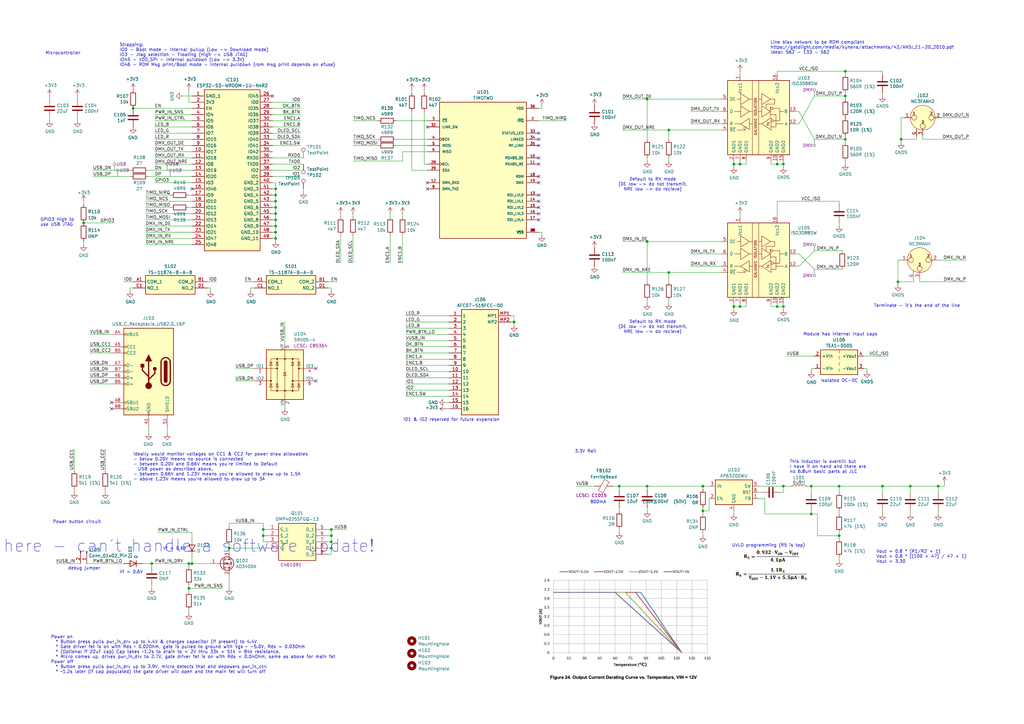
<source format=kicad_sch>
(kicad_sch (version 20231120) (generator "eeschema") (generator_version "8.0")
  (paper "A3")
  (junction (at 113.03 77.47))
  (junction (at 78.74 231.14))
  (junction (at 361.95 199.39))
  (junction (at 93.98 224.79))
  (junction (at 210.82 132.08))
  (junction (at 107.95 219.71))
  (junction (at 384.81 199.39))
  (junction (at 113.03 92.71))
  (junction (at 303.53 125.73))
  (junction (at 332.74 210.82))
  (junction (at 77.47 231.14))
  (junction (at 54.61 44.45))
  (junction (at 135.89 222.25))
  (junction (at 300.99 125.73))
  (junction (at 34.29 91.44))
  (junction (at 113.03 97.79))
  (junction (at 288.29 209.55))
  (junction (at 113.03 85.09))
  (junction (at 274.32 53.34))
  (junction (at 344.17 199.39))
  (junction (at 113.03 90.17))
  (junction (at 368.3 115.57))
  (junction (at 346.71 39.37))
  (junction (at 321.31 125.73))
  (junction (at 300.99 67.31))
  (junction (at 346.71 29.21))
  (junction (at 113.03 80.01))
  (junction (at 107.95 217.17))
  (junction (at 135.89 219.71))
  (junction (at 265.43 99.06))
  (junction (at 321.31 199.39))
  (junction (at 321.31 67.31))
  (junction (at 288.29 199.39))
  (junction (at 113.03 95.25))
  (junction (at 135.89 217.17))
  (junction (at 332.74 199.39))
  (junction (at 303.53 67.31))
  (junction (at 254 199.39))
  (junction (at 62.23 231.14))
  (junction (at 274.32 111.76))
  (junction (at 113.03 82.55))
  (junction (at 318.77 125.73))
  (junction (at 344.17 219.71))
  (junction (at 77.47 241.3))
  (junction (at 369.57 57.15))
  (junction (at 346.71 57.15))
  (junction (at 373.38 199.39))
  (junction (at 265.43 40.64))
  (junction (at 135.89 224.79))
  (junction (at 113.03 87.63))
  (junction (at 265.43 199.39))
  (junction (at 318.77 67.31))
  (no_connect (at 220.98 57.15))
  (no_connect (at 220.98 72.39))
  (no_connect (at 220.98 74.93))
  (no_connect (at 129.54 151.13))
  (no_connect (at 220.98 90.17))
  (no_connect (at 220.98 87.63))
  (no_connect (at 45.72 165.1))
  (no_connect (at 129.54 156.21))
  (no_connect (at 45.72 167.64))
  (no_connect (at 111.76 39.37))
  (no_connect (at 220.98 67.31))
  (no_connect (at 220.98 85.09))
  (no_connect (at 175.26 74.93))
  (no_connect (at 220.98 64.77))
  (no_connect (at 78.74 77.47))
  (no_connect (at 175.26 52.07))
  (no_connect (at 220.98 59.69))
  (no_connect (at 175.26 77.47))
  (no_connect (at 220.98 54.61))
  (no_connect (at 220.98 80.01))
  (no_connect (at 220.98 82.55))
  (wire (pts (xy 300.99 209.55) (xy 300.99 210.82)))
  (wire (pts (xy 113.03 82.55) (xy 113.03 85.09)))
  (wire (pts (xy 265.43 40.64) (xy 295.91 40.64)))
  (wire (pts (xy 265.43 99.06) (xy 295.91 99.06)))
  (wire (pts (xy 78.74 64.77) (xy 63.5 64.77)))
  (wire (pts (xy 135.89 217.17) (xy 135.89 219.71)))
  (wire (pts (xy 254 199.39) (xy 254 200.66)))
  (wire (pts (xy 86.36 118.11) (xy 86.36 119.38)))
  (wire (pts (xy 166.37 157.48) (xy 184.15 157.48)))
  (wire (pts (xy 160.02 87.63) (xy 160.02 88.9)))
  (wire (pts (xy 63.5 59.69) (xy 78.74 59.69)))
  (wire (pts (xy 290.83 204.47) (xy 290.83 209.55)))
  (wire (pts (xy 68.58 175.26) (xy 68.58 177.8)))
  (wire (pts (xy 209.55 129.54) (xy 210.82 129.54)))
  (wire (pts (xy 166.37 147.32) (xy 184.15 147.32)))
  (wire (pts (xy 113.03 90.17) (xy 113.03 92.71)))
  (wire (pts (xy 113.03 97.79) (xy 113.03 99.06)))
  (wire (pts (xy 236.22 199.39) (xy 243.84 199.39)))
  (wire (pts (xy 306.07 124.46) (xy 306.07 125.73)))
  (wire (pts (xy 45.72 137.16) (xy 36.83 137.16)))
  (wire (pts (xy 274.32 53.34) (xy 274.32 57.15)))
  (wire (pts (xy 368.3 115.57) (xy 368.3 116.84)))
  (wire (pts (xy 355.6 151.13) (xy 355.6 152.4)))
  (wire (pts (xy 144.78 49.53) (xy 154.94 49.53)))
  (wire (pts (xy 265.43 64.77) (xy 265.43 66.04)))
  (wire (pts (xy 384.81 209.55) (xy 384.81 210.82)))
  (wire (pts (xy 288.29 209.55) (xy 288.29 210.82)))
  (wire (pts (xy 123.19 57.15) (xy 111.76 57.15)))
  (wire (pts (xy 321.31 199.39) (xy 321.31 201.93)))
  (wire (pts (xy 384.81 199.39) (xy 384.81 201.93)))
  (wire (pts (xy 38.1 69.85) (xy 53.34 69.85)))
  (wire (pts (xy 334.01 57.15) (xy 346.71 57.15)))
  (wire (pts (xy 368.3 106.68) (xy 369.57 106.68)))
  (wire (pts (xy 173.99 45.72) (xy 173.99 67.31)))
  (wire (pts (xy 327.66 104.14) (xy 334.01 110.49)))
  (wire (pts (xy 377.19 114.3) (xy 377.19 115.57)))
  (wire (pts (xy 344.17 228.6) (xy 344.17 229.87)))
  (wire (pts (xy 168.91 45.72) (xy 168.91 69.85)))
  (wire (pts (xy 378.46 55.88) (xy 378.46 57.15)))
  (wire (pts (xy 35.56 231.14) (xy 50.8 231.14)))
  (wire (pts (xy 102.87 119.38) (xy 102.87 118.11)))
  (wire (pts (xy 85.09 118.11) (xy 86.36 118.11)))
  (wire (pts (xy 295.91 50.8) (xy 283.21 50.8)))
  (wire (pts (xy 344.17 82.55) (xy 344.17 83.82)))
  (wire (pts (xy 265.43 123.19) (xy 265.43 124.46)))
  (wire (pts (xy 93.98 223.52) (xy 93.98 224.79)))
  (wire (pts (xy 274.32 111.76) (xy 274.32 115.57)))
  (wire (pts (xy 344.17 209.55) (xy 344.17 210.82)))
  (wire (pts (xy 111.76 95.25) (xy 113.03 95.25)))
  (wire (pts (xy 361.95 38.1) (xy 361.95 39.37)))
  (wire (pts (xy 63.5 49.53) (xy 78.74 49.53)))
  (wire (pts (xy 113.03 85.09) (xy 113.03 87.63)))
  (wire (pts (xy 53.34 118.11) (xy 53.34 119.38)))
  (wire (pts (xy 45.72 149.86) (xy 36.83 149.86)))
  (wire (pts (xy 34.29 99.06) (xy 34.29 100.33)))
  (wire (pts (xy 135.89 224.79) (xy 135.89 227.33)))
  (wire (pts (xy 111.76 92.71) (xy 113.03 92.71)))
  (wire (pts (xy 166.37 142.24) (xy 184.15 142.24)))
  (wire (pts (xy 135.89 222.25) (xy 135.89 224.79)))
  (wire (pts (xy 251.46 199.39) (xy 254 199.39)))
  (wire (pts (xy 111.76 80.01) (xy 113.03 80.01)))
  (wire (pts (xy 78.74 231.14) (xy 86.36 231.14)))
  (wire (pts (xy 74.93 39.37) (xy 78.74 39.37)))
  (wire (pts (xy 107.95 219.71) (xy 107.95 222.25)))
  (wire (pts (xy 373.38 199.39) (xy 373.38 201.93)))
  (wire (pts (xy 123.19 54.61) (xy 111.76 54.61)))
  (wire (pts (xy 77.47 241.3) (xy 77.47 242.57)))
  (wire (pts (xy 387.35 198.12) (xy 387.35 199.39)))
  (wire (pts (xy 111.76 44.45) (xy 123.19 44.45)))
  (wire (pts (xy 34.29 82.55) (xy 34.29 83.82)))
  (wire (pts (xy 111.76 77.47) (xy 113.03 77.47)))
  (wire (pts (xy 77.47 85.09) (xy 78.74 85.09)))
  (wire (pts (xy 78.74 218.44) (xy 78.74 220.98)))
  (wire (pts (xy 346.71 29.21) (xy 346.71 30.48)))
  (wire (pts (xy 63.5 74.93) (xy 78.74 74.93)))
  (wire (pts (xy 384.81 199.39) (xy 387.35 199.39)))
  (wire (pts (xy 332.74 209.55) (xy 332.74 210.82)))
  (wire (pts (xy 254 209.55) (xy 254 208.28)))
  (wire (pts (xy 220.98 95.25) (xy 222.25 95.25)))
  (wire (pts (xy 78.74 95.25) (xy 59.69 95.25)))
  (wire (pts (xy 139.7 87.63) (xy 139.7 88.9)))
  (wire (pts (xy 313.69 204.47) (xy 313.69 210.82)))
  (wire (pts (xy 344.17 199.39) (xy 344.17 201.93)))
  (wire (pts (xy 139.7 96.52) (xy 139.7 107.95)))
  (wire (pts (xy 78.74 228.6) (xy 78.74 231.14)))
  (wire (pts (xy 334.01 110.49) (xy 345.44 110.49)))
  (wire (pts (xy 93.98 236.22) (xy 93.98 241.3)))
  (wire (pts (xy 295.91 45.72) (xy 283.21 45.72)))
  (wire (pts (xy 77.47 80.01) (xy 78.74 80.01)))
  (wire (pts (xy 210.82 129.54) (xy 210.82 132.08)))
  (wire (pts (xy 386.08 48.26) (xy 397.51 48.26)))
  (wire (pts (xy 160.02 96.52) (xy 160.02 107.95)))
  (wire (pts (xy 54.61 115.57) (xy 50.8 115.57)))
  (wire (pts (xy 303.53 125.73) (xy 306.07 125.73)))
  (wire (pts (xy 361.95 199.39) (xy 373.38 199.39)))
  (wire (pts (xy 361.95 209.55) (xy 361.95 210.82)))
  (wire (pts (xy 30.48 200.66) (xy 30.48 201.93)))
  (wire (pts (xy 59.69 82.55) (xy 78.74 82.55)))
  (wire (pts (xy 78.74 62.23) (xy 63.5 62.23)))
  (wire (pts (xy 378.46 57.15) (xy 397.51 57.15)))
  (wire (pts (xy 318.77 29.21) (xy 346.71 29.21)))
  (wire (pts (xy 60.96 69.85) (xy 78.74 69.85)))
  (wire (pts (xy 321.31 125.73) (xy 321.31 127)))
  (wire (pts (xy 134.62 224.79) (xy 135.89 224.79)))
  (wire (pts (xy 45.72 154.94) (xy 36.83 154.94)))
  (wire (pts (xy 255.27 40.64) (xy 265.43 40.64)))
  (wire (pts (xy 369.57 57.15) (xy 375.92 57.15)))
  (wire (pts (xy 168.91 36.83) (xy 168.91 38.1)))
  (wire (pts (xy 327.66 109.22) (xy 334.01 102.87)))
  (wire (pts (xy 369.57 48.26) (xy 370.84 48.26)))
  (wire (pts (xy 332.74 199.39) (xy 344.17 199.39)))
  (wire (pts (xy 144.78 57.15) (xy 154.94 57.15)))
  (wire (pts (xy 78.74 97.79) (xy 59.69 97.79)))
  (wire (pts (xy 166.37 149.86) (xy 184.15 149.86)))
  (wire (pts (xy 327.66 50.8) (xy 334.01 39.37)))
  (wire (pts (xy 300.99 125.73) (xy 303.53 125.73)))
  (wire (pts (xy 222.25 43.18) (xy 222.25 44.45)))
  (wire (pts (xy 111.76 87.63) (xy 113.03 87.63)))
  (wire (pts (xy 303.53 29.21) (xy 303.53 30.48)))
  (wire (pts (xy 22.86 231.14) (xy 33.02 231.14)))
  (wire (pts (xy 322.58 146.05) (xy 334.01 146.05)))
  (wire (pts (xy 209.55 132.08) (xy 210.82 132.08)))
  (wire (pts (xy 295.91 104.14) (xy 283.21 104.14)))
  (wire (pts (xy 321.31 199.39) (xy 323.85 199.39)))
  (wire (pts (xy 45.72 157.48) (xy 36.83 157.48)))
  (wire (pts (xy 60.96 72.39) (xy 78.74 72.39)))
  (wire (pts (xy 313.69 210.82) (xy 332.74 210.82)))
  (wire (pts (xy 113.03 77.47) (xy 113.03 80.01)))
  (wire (pts (xy 265.43 199.39) (xy 288.29 199.39)))
  (wire (pts (xy 373.38 199.39) (xy 384.81 199.39)))
  (wire (pts (xy 321.31 124.46) (xy 321.31 125.73)))
  (wire (pts (xy 78.74 218.44) (xy 64.77 218.44)))
  (wire (pts (xy 38.1 72.39) (xy 53.34 72.39)))
  (wire (pts (xy 135.89 217.17) (xy 142.24 217.17)))
  (wire (pts (xy 274.32 111.76) (xy 295.91 111.76)))
  (wire (pts (xy 134.62 227.33) (xy 135.89 227.33)))
  (wire (pts (xy 165.1 87.63) (xy 165.1 88.9)))
  (wire (pts (xy 288.29 208.28) (xy 288.29 209.55)))
  (wire (pts (xy 255.27 111.76) (xy 274.32 111.76)))
  (wire (pts (xy 368.3 106.68) (xy 368.3 115.57)))
  (wire (pts (xy 265.43 99.06) (xy 265.43 115.57)))
  (wire (pts (xy 135.89 219.71) (xy 135.89 222.25)))
  (wire (pts (xy 111.76 46.99) (xy 123.19 46.99)))
  (wire (pts (xy 288.29 218.44) (xy 288.29 219.71)))
  (wire (pts (xy 63.5 52.07) (xy 78.74 52.07)))
  (wire (pts (xy 321.31 66.04) (xy 321.31 67.31)))
  (wire (pts (xy 288.29 199.39) (xy 290.83 199.39)))
  (wire (pts (xy 166.37 137.16) (xy 184.15 137.16)))
  (wire (pts (xy 166.37 139.7) (xy 184.15 139.7)))
  (wire (pts (xy 368.3 115.57) (xy 374.65 115.57)))
  (wire (pts (xy 344.17 91.44) (xy 344.17 92.71)))
  (wire (pts (xy 316.23 67.31) (xy 318.77 67.31)))
  (wire (pts (xy 116.84 166.37) (xy 116.84 167.64)))
  (wire (pts (xy 77.47 41.91) (xy 78.74 41.91)))
  (wire (pts (xy 295.91 109.22) (xy 283.21 109.22)))
  (wire (pts (xy 166.37 154.94) (xy 184.15 154.94)))
  (wire (pts (xy 20.32 48.26) (xy 20.32 49.53)))
  (wire (pts (xy 288.29 200.66) (xy 288.29 199.39)))
  (wire (pts (xy 104.14 115.57) (xy 100.33 115.57)))
  (wire (pts (xy 166.37 132.08) (xy 184.15 132.08)))
  (wire (pts (xy 31.75 40.64) (xy 31.75 39.37)))
  (wire (pts (xy 222.25 95.25) (xy 222.25 96.52)))
  (wire (pts (xy 123.19 49.53) (xy 111.76 49.53)))
  (wire (pts (xy 30.48 184.15) (xy 30.48 193.04)))
  (wire (pts (xy 303.53 67.31) (xy 306.07 67.31)))
  (wire (pts (xy 162.56 57.15) (xy 175.26 57.15)))
  (wire (pts (xy 60.96 175.26) (xy 60.96 177.8)))
  (wire (pts (xy 63.5 46.99) (xy 78.74 46.99)))
  (wire (pts (xy 254 199.39) (xy 265.43 199.39)))
  (wire (pts (xy 113.03 87.63) (xy 113.03 90.17)))
  (wire (pts (xy 45.72 144.78) (xy 36.83 144.78)))
  (wire (pts (xy 166.37 160.02) (xy 184.15 160.02)))
  (wire (pts (xy 331.47 199.39) (xy 332.74 199.39)))
  (wire (pts (xy 373.38 209.55) (xy 373.38 210.82)))
  (wire (pts (xy 318.77 82.55) (xy 318.77 88.9)))
  (wire (pts (xy 54.61 118.11) (xy 53.34 118.11)))
  (wire (pts (xy 166.37 134.62) (xy 184.15 134.62)))
  (wire (pts (xy 62.23 231.14) (xy 77.47 231.14)))
  (wire (pts (xy 321.31 67.31) (xy 321.31 68.58)))
  (wire (pts (xy 173.99 36.83) (xy 173.99 38.1)))
  (wire (pts (xy 93.98 224.79) (xy 109.22 224.79)))
  (wire (pts (xy 111.76 82.55) (xy 113.03 82.55)))
  (wire (pts (xy 318.77 67.31) (xy 321.31 67.31)))
  (wire (pts (xy 318.77 82.55) (xy 344.17 82.55)))
  (wire (pts (xy 124.46 77.47) (xy 124.46 78.74)))
  (wire (pts (xy 144.78 66.04) (xy 165.1 66.04)))
  (wire (pts (xy 354.33 151.13) (xy 355.6 151.13)))
  (wire (pts (xy 274.32 123.19) (xy 274.32 124.46)))
  (wire (pts (xy 344.17 218.44) (xy 344.17 219.71)))
  (wire (pts (xy 45.72 152.4) (xy 36.83 152.4)))
  (wire (pts (xy 107.95 217.17) (xy 107.95 219.71)))
  (wire (pts (xy 111.76 90.17) (xy 113.03 90.17)))
  (wire (pts (xy 265.43 208.28) (xy 265.43 209.55)))
  (wire (pts (xy 334.01 39.37) (xy 346.71 39.37)))
  (wire (pts (xy 326.39 104.14) (xy 327.66 104.14)))
  (wire (pts (xy 361.95 29.21) (xy 361.95 30.48)))
  (wire (pts (xy 318.77 66.04) (xy 318.77 67.31)))
  (wire (pts (xy 311.15 201.93) (xy 312.42 201.93)))
  (wire (pts (xy 107.95 217.17) (xy 109.22 217.17)))
  (wire (pts (xy 334.01 102.87) (xy 345.44 102.87)))
  (wire (pts (xy 77.47 241.3) (xy 91.44 241.3)))
  (wire (pts (xy 166.37 129.54) (xy 184.15 129.54)))
  (wire (pts (xy 162.56 59.69) (xy 175.26 59.69)))
  (wire (pts (xy 303.53 124.46) (xy 303.53 125.73)))
  (wire (pts (xy 300.99 124.46) (xy 300.99 125.73)))
  (wire (pts (xy 265.43 40.64) (xy 265.43 57.15)))
  (wire (pts (xy 346.71 38.1) (xy 346.71 39.37)))
  (wire (pts (xy 62.23 231.14) (xy 62.23 232.41)))
  (wire (pts (xy 144.78 96.52) (xy 144.78 107.95)))
  (wire (pts (xy 63.5 57.15) (xy 78.74 57.15)))
  (wire (pts (xy 96.52 151.13) (xy 104.14 151.13)))
  (wire (pts (xy 332.74 210.82) (xy 335.28 210.82)))
  (wire (pts (xy 168.91 69.85) (xy 175.26 69.85)))
  (wire (pts (xy 111.76 85.09) (xy 113.03 85.09)))
  (wire (pts (xy 165.1 96.52) (xy 165.1 107.95)))
  (wire (pts (xy 182.88 165.1) (xy 184.15 165.1)))
  (wire (pts (xy 134.62 115.57) (xy 138.43 115.57)))
  (wire (pts (xy 303.53 87.63) (xy 303.53 88.9)))
  (wire (pts (xy 361.95 199.39) (xy 361.95 201.93)))
  (wire (pts (xy 77.47 231.14) (xy 77.47 232.41)))
  (wire (pts (xy 162.56 49.53) (xy 175.26 49.53)))
  (wire (pts (xy 45.72 142.24) (xy 36.83 142.24)))
  (wire (pts (xy 300.99 66.04) (xy 300.99 67.31)))
  (wire (pts (xy 43.18 200.66) (xy 43.18 201.93)))
  (wire (pts (xy 332.74 199.39) (xy 332.74 201.93)))
  (wire (pts (xy 54.61 44.45) (xy 78.74 44.45)))
  (wire (pts (xy 59.69 85.09) (xy 69.85 85.09)))
  (wire (pts (xy 369.57 48.26) (xy 369.57 57.15)))
  (wire (pts (xy 354.33 146.05) (xy 364.49 146.05)))
  (wire (pts (xy 111.76 97.79) (xy 113.03 97.79)))
  (wire (pts (xy 369.57 57.15) (xy 369.57 58.42)))
  (wire (pts (xy 335.28 210.82) (xy 335.28 219.71)))
  (wire (pts (xy 102.87 118.11) (xy 104.14 118.11)))
  (wire (pts (xy 111.76 74.93) (xy 113.03 74.93)))
  (wire (pts (xy 113.03 74.93) (xy 113.03 77.47)))
  (wire (pts (xy 265.43 199.39) (xy 265.43 200.66)))
  (wire (pts (xy 113.03 95.25) (xy 113.03 97.79)))
  (wire (pts (xy 111.76 72.39) (xy 123.19 72.39)))
  (wire (pts (xy 166.37 162.56) (xy 184.15 162.56)))
  (wire (pts (xy 165.1 66.04) (xy 165.1 62.23)))
  (wire (pts (xy 311.15 199.39) (xy 321.31 199.39)))
  (wire (pts (xy 332.74 151.13) (xy 334.01 151.13)))
  (wire (pts (xy 77.47 250.19) (xy 77.47 251.46)))
  (wire (pts (xy 69.85 80.01) (xy 59.69 80.01)))
  (wire (pts (xy 111.76 67.31) (xy 124.46 67.31)))
  (wire (pts (xy 135.89 119.38) (xy 135.89 118.11)))
  (wire (pts (xy 59.69 92.71) (xy 78.74 92.71)))
  (wire (pts (xy 111.76 69.85) (xy 123.19 69.85)))
  (wire (pts (xy 274.32 53.34) (xy 295.91 53.34)))
  (wire (pts (xy 58.42 231.14) (xy 62.23 231.14)))
  (wire (pts (xy 220.98 44.45) (xy 222.25 44.45)))
  (wire (pts (xy 77.47 240.03) (xy 77.47 241.3)))
  (wire (pts (xy 34.29 91.44) (xy 46.99 91.44)))
  (wire (pts (xy 255.27 99.06) (xy 265.43 99.06)))
  (wire (pts (xy 63.5 54.61) (xy 78.74 54.61)))
  (wire (pts (xy 300.99 67.31) (xy 303.53 67.31)))
  (wire (pts (xy 93.98 214.63) (xy 93.98 215.9)))
  (wire (pts (xy 107.95 219.71) (xy 109.22 219.71)))
  (wire (pts (xy 346.71 66.04) (xy 346.71 67.31)))
  (wire (pts (xy 107.95 214.63) (xy 107.95 217.17)))
  (wire (pts (xy 182.88 167.64) (xy 184.15 167.64)))
  (wire (pts (xy 220.98 49.53) (xy 232.41 49.53)))
  (wire (pts (xy 134.62 222.25) (xy 135.89 222.25)))
  (wire (pts (xy 344.17 219.71) (xy 344.17 220.98)))
  (wire (pts (xy 62.23 240.03) (xy 62.23 241.3)))
  (wire (pts (xy 300.99 67.31) (xy 300.99 68.58)))
  (wire (pts (xy 85.09 115.57) (xy 88.9 115.57)))
  (wire (pts (xy 31.75 48.26) (xy 31.75 49.53)))
  (wire (pts (xy 123.19 59.69) (xy 111.76 59.69)))
  (wire (pts (xy 111.76 64.77) (xy 124.46 64.77)))
  (wire (pts (xy 326.39 50.8) (xy 327.66 50.8)))
  (wire (pts (xy 144.78 59.69) (xy 154.94 59.69)))
  (wire (pts (xy 93.98 224.79) (xy 93.98 226.06)))
  (wire (pts (xy 134.62 219.71) (xy 135.89 219.71)))
  (wire (pts (xy 254 218.44) (xy 254 217.17)))
  (wire (pts (xy 332.74 151.13) (xy 332.74 152.4)))
  (wire (pts (xy 346.71 57.15) (xy 346.71 58.42)))
  (wire (pts (xy 344.17 199.39) (xy 361.95 199.39)))
  (wire (pts (xy 375.92 55.88) (xy 375.92 57.15)))
  (wire (pts (xy 166.37 152.4) (xy 184.15 152.4)))
  (wire (pts (xy 63.5 67.31) (xy 78.74 67.31)))
  (wire (pts (xy 326.39 45.72) (xy 327.66 45.72)))
  (wire (pts (xy 59.69 100.33) (xy 78.74 100.33)))
  (wire (pts (xy 288.29 209.55) (xy 290.83 209.55)))
  (wire (pts (xy 144.78 87.63) (xy 144.78 88.9)))
  (wire (pts (xy 135.89 118.11) (xy 134.62 118.11)))
  (wire (pts (xy 318.77 29.21) (xy 318.77 30.48)))
  (wire (pts (xy 173.99 67.31) (xy 175.26 67.31)))
  (wire (pts (xy 346.71 39.37) (xy 346.71 40.64)))
  (wire (pts (xy 320.04 201.93) (xy 321.31 201.93)))
  (wire (pts (xy 210.82 132.08) (xy 210.82 133.35)))
  (wire (pts (xy 116.84 132.08) (xy 116.84 140.97)))
  (wire (pts (xy 113.03 80.01) (xy 113.03 82.55)))
  (wire (pts (xy 134.62 217.17) (xy 135.89 217.17)))
  (wire (pts (xy 316.23 66.04) (xy 316.23 67.31)))
  (wire (pts (xy 316.23 124.46) (xy 316.23 125.73)))
  (wire (pts (xy 123.19 52.07) (xy 111.76 52.07)))
  (wire (pts (xy 306.07 66.04) (xy 306.07 67.31)))
  (wire (pts (xy 113.03 92.71) (xy 113.03 95.25)))
  (wire (pts (xy 107.95 222.25) (xy 109.22 222.25)))
  (wire (pts (xy 20.32 40.64) (xy 20.32 39.37)))
  (wire (pts (xy 255.27 53.34) (xy 274.32 53.34)))
  (wire (pts (xy 374.65 114.3) (xy 374.65 115.57)))
  (wire (pts (xy 165.1 62.23) (xy 175.26 62.23)))
  (wire (pts (xy 77.47 36.83) (xy 77.47 41.91)))
  (wire (pts (xy 318.77 125.73) (xy 321.31 125.73)))
  (wire (pts (xy 326.39 109.22) (xy 327.66 109.22)))
  (wire (pts (xy 377.19 115.57) (xy 396.24 115.57)))
  (wire (pts (xy 59.69 90.17) (xy 78.74 90.17)))
  (wire (pts (xy 78.74 231.14) (xy 77.47 231.14)))
  (wire (pts (xy 93.98 214.63) (xy 107.95 214.63)))
  (wire (pts (xy 59.69 87.63) (xy 78.74 87.63)))
  (wire (pts (xy 111.76 41.91) (xy 123.19 41.91)))
  (wire (pts (xy 318.77 124.46) (xy 318.77 125.73)))
  (wire (pts (xy 303.53 66.04) (xy 303.53 67.31)))
  (wire (pts (xy 274.32 64.77) (xy 274.32 66.04)))
  (wire (pts (xy 311.15 204.47) (xy 313.69 204.47)))
  (wire (pts (xy 327.66 45.72) (xy 334.01 57.15)))
  (wire (pts (xy 346.71 55.88) (xy 346.71 57.15)))
  (wire (pts (xy 384.81 106.68) (xy 396.24 106.68)))
  (wire (pts (xy 96.52 156.21) (xy 104.14 156.21)))
  (wire (pts (xy 43.18 184.15) (xy 43.18 193.04)))
  (wire (pts (xy 300.99 125.73) (xy 300.99 127)))
  (wire (pts (xy 166.37 144.78) (xy 184.15 144.78)))
  (wire (pts (xy 335.28 219.71) (xy 344.17 219.71)))
  (wire (pts (xy 316.23 125.73) (xy 318.77 125.73)))
  (wire (pts (xy 346.71 29.21) (xy 361.95 29.21)))
  (image (at 317.5 232.41) (scale 1.89142))
  (image (at 256.54 256.54) (scale 2.03459))
  (text "Power on\n  * Button press pulls pwr_in_drv up to 4.4V & charges capacitor (if present) to 4.4V\n  * Gate driver fet is on with Rds ~ 0.02Ohm, gate is pulled to ground with Vgs ~ -5.0V, Rds = 0.03Ohm\n  * (Optional if 22uF cap) Cap takes ~1.2s to drain to < 2V thru 33k + 51k = 84k resistance.\n  * Micro comes up, drives pwr_in_drv to 2.7V, gate driver fet is on with Rds < 0.04Ohm, same as above for main fet\nPower off\n  * Button press pulls pwr_in_drv up to 3.9V, micro detects that and depowers pwr_in_ctrl\n  * ~1.2s later (if cap populated) the gate driver will open and the main fet will turn off" (at 20.828 260.604 0) (effects (font (size 1.27 1.27)) (justify left top)))
  (text "Vout = 0.8 * (R1/R2 + 1)\nVout = 0.8 * ((100 + 47) / 47 + 1)\nVout = 3.30" (at 359.41 231.14 0) (effects (font (size 1.27 1.27)) (justify left bottom)))
  (text "Vf = 0.6V" (at 71.628 225.044 0) (effects (font (size 1.27 1.27))))
  (text "Bug here - can't handle a software update!" (at 68.58 224.028 0) (effects (font (size 5 5))))
  (text "GPIO3 High to\nuse USB JTAG" (at 16.51 92.964 0) (effects (font (size 1.27 1.27)) (justify left bottom)))
  (text "Strapping:\nIO0 - Boot mode - Internal pullup (Low -> Download mode)\nIO3 - Jtag selection - Floating (High -> USB JTAG)\nIO45 - VDD_SPI - Internal pulldown (Low -> 3.3V)\nIO46 - ROM Msg print/Boot mode - Internal pulldown (rom msg print depends on efuse)" (at 49.022 22.606 0) (effects (font (size 1.27 1.27)) (justify left)))
  (text "Vf = 0.6V" (at 53.848 234.696 0) (effects (font (size 1.27 1.27))))
  (text "debug jumper" (at 34.544 233.172 0) (effects (font (size 1.27 1.27))))
  (text "3.3V Rail" (at 235.712 185.928 0) (effects (font (size 1.27 1.27)) (justify left bottom)))
  (text "Isolated DC-DC" (at 336.55 156.972 0) (effects (font (size 1.27 1.27)) (justify left bottom)))
  (text "IO1 & IO2 reserved for future expansion" (at 185.166 172.212 0) (effects (font (size 1.27 1.27))))
  (text "Ideally would monitor voltages on CC1 & CC2 for power draw allowables\n- below 0.20V means no source is connected\n- between 0.20V and 0.66V means you're limited to Default\n  USB power as described above.\n- between 0.66V and 1.23V means you're allowed to draw up to 1.5A\n- above 1.23V means you're allowed to draw up to 3A" (at 54.61 191.516 0) (effects (font (size 1.27 1.27)) (justify left)))
  (text "UVLO programming (R5 is top)" (at 315.214 223.774 0) (effects (font (size 1.27 1.27))))
  (text "800mA" (at 245.364 205.994 0) (effects (font (size 1.27 1.27))))
  (text "Default to RX mode\n(DE low -> do not transmit,\nNRE low -> do recieve)" (at 267.716 134.112 0) (effects (font (size 1.27 1.27))))
  (text "Power button circuit" (at 21.59 214.884 0) (effects (font (size 1.27 1.27)) (justify left bottom)))
  (text "Terminate - it's the end of the line" (at 358.394 125.476 0) (effects (font (size 1.27 1.27)) (justify left)))
  (text "Microcontroller" (at 18.542 22.606 0) (effects (font (size 1.27 1.27)) (justify left bottom)))
  (text "Module has internal input caps" (at 344.678 137.16 0) (effects (font (size 1.27 1.27))))
  (text "Line bias network to be RDM compliant\nhttps://getdlight.com/media/kunena/attachments/42/ANSI_E1-20_2010.pdf\nIdeal: 562 - 133 - 562" (at 315.976 19.558 0) (effects (font (size 1.27 1.27)) (justify left)))
  (text "This inductor is overkill but\nI have it on hand and there are\nno 6.8uH basic parts at JLC" (at 323.85 191.516 0) (effects (font (size 1.27 1.27)) (justify left)))
  (text "Default to RX mode\n(DE low -> do not transmit,\nNRE low -> do recieve)" (at 267.716 75.692 0) (effects (font (size 1.27 1.27))))
  (label "LED_G" (at 166.37 132.08 0))
  (label "OLED_SDA" (at 139.7 107.95 90))
  (label "ENC1.B" (at 165.1 107.95 90))
  (label "DMX_OUT_N" (at 397.51 48.26 180))
  (label "LED_R" (at 166.37 129.54 0))
  (label "DMX_OUT_P" (at 345.44 39.37 180))
  (label "VUSB_IN" (at 22.86 231.14 0))
  (label "DMX_IN_RX" (at 283.21 109.22 0))
  (label "DMX_OUT_NRE" (at 63.5 67.31 0))
  (label "ENC1.B" (at 123.19 52.07 180))
  (label "USB_DP" (at 38.1 72.39 0))
  (label "DP" (at 63.5 72.39 0))
  (label "VUSB" (at 142.24 217.17 180))
  (label "DMX_IN_DE" (at 59.69 92.71 0))
  (label "IO0" (at 123.19 41.91 180))
  (label "LED_R" (at 63.5 57.15 0))
  (label "PWR_IN_CTRL" (at 64.77 218.44 0))
  (label "VCC_ISO" (at 364.49 146.05 180))
  (label "USB_DP" (at 36.83 154.94 0))
  (label "DMX_IN_P" (at 396.24 115.57 180))
  (label "DMX_IN_N" (at 344.17 110.49 180))
  (label "VCC_ISO" (at 336.55 82.55 180))
  (label "GPIO3" (at 63.5 74.93 0))
  (label "OLED_SDA" (at 166.37 154.94 0))
  (label "TIMO_SCK" (at 59.69 87.63 0))
  (label "ENC1.SW" (at 166.37 162.56 0))
  (label "ENC1.B" (at 166.37 149.86 0))
  (label "IO1" (at 123.19 72.39 180))
  (label "DMX_OUT_DE" (at 255.27 40.64 0))
  (label "PWR_IN_SNS" (at 91.44 241.3 180))
  (label "TIMO_SCK" (at 144.78 57.15 0))
  (label "OLED_SDA" (at 123.19 57.15 180))
  (label "LED_G" (at 63.5 54.61 0))
  (label "OLED_SCL" (at 144.78 107.95 90))
  (label "USB_CC2" (at 36.83 144.78 0))
  (label "USB_DN" (at 38.1 69.85 0))
  (label "USB_CC1" (at 36.83 142.24 0))
  (label "ENC1.SW" (at 123.19 59.69 180))
  (label "VUSB" (at 236.22 199.39 0))
  (label "USB_DP" (at 36.83 157.48 0))
  (label "ENC1.A" (at 160.02 107.95 90))
  (label "OLED_SCL" (at 123.19 54.61 180))
  (label "TIMO_NIRQ" (at 59.69 80.01 0))
  (label "DMX_IN_N" (at 396.24 106.68 180))
  (label "EN" (at 63.5 44.45 0))
  (label "TIMO_MISO" (at 59.69 85.09 0))
  (label "USB_CC2" (at 43.18 184.15 270))
  (label "LED_B" (at 63.5 52.07 0))
  (label "VUSB_IN" (at 116.84 132.08 270))
  (label "RXD0" (at 123.19 64.77 180))
  (label "GPIO3" (at 46.99 91.44 180))
  (label "TIMO_MISO" (at 144.78 66.04 0))
  (label "VUSB_IN" (at 36.83 137.16 0))
  (label "DMX_IN_RX" (at 59.69 97.79 0))
  (label "ENC1.A" (at 166.37 147.32 0))
  (label "IO0" (at 88.9 115.57 180))
  (label "TIMO_MOSI" (at 59.69 90.17 0))
  (label "DMX_OUT_NRE" (at 255.27 53.34 0))
  (label "VUSB" (at 322.58 146.05 0))
  (label "OK_BTN" (at 166.37 142.24 0))
  (label "DN" (at 63.5 69.85 0))
  (label "VUSB_IN" (at 96.52 214.63 0))
  (label "DMX_OUT_TX" (at 63.5 62.23 0))
  (label "TXD0" (at 123.19 67.31 180))
  (label "DMX_OUT_TX" (at 283.21 45.72 0))
  (label "DMX_IN_NRE" (at 59.69 100.33 0))
  (label "PWR_BTN_LO" (at 166.37 137.16 0))
  (label "DMX_OUT_RX" (at 63.5 64.77 0))
  (label "USB_DN" (at 36.83 152.4 0))
  (label "DMX_IN_NRE" (at 255.27 111.76 0))
  (label "IO0" (at 50.8 115.57 0))
  (label "OK_BTN" (at 123.19 44.45 180))
  (label "DMX_IN_DE" (at 255.27 99.06 0))
  (label "USB_CC1" (at 30.48 184.15 270))
  (label "IO2" (at 123.19 69.85 180))
  (label "USB_DN" (at 36.83 149.86 0))
  (label "DMX_IN_TX" (at 283.21 104.14 0))
  (label "DMX_IN_P" (at 344.17 102.87 180))
  (label "DMX_IN_TX" (at 59.69 95.25 0))
  (label "PWR_IN_CTRL" (at 63.5 49.53 0))
  (label "DMX_OUT_P" (at 397.51 57.15 180))
  (label "EN" (at 138.43 115.57 180))
  (label "DMX_OUT_N" (at 345.44 57.15 180))
  (label "VCC_ISO" (at 327.66 29.21 0))
  (label "ENC1.A" (at 123.19 49.53 180))
  (label "TIMO_NCS" (at 144.78 49.53 0))
  (label "PWR_BTN_LO" (at 38.1 231.14 0))
  (label "USB_DN" (at 96.52 156.21 0))
  (label "VUSB_IN" (at 166.37 139.7 0))
  (label "IO1" (at 166.37 157.48 0))
  (label "IO2" (at 166.37 160.02 0))
  (label "LED_B" (at 166.37 134.62 0))
  (label "PWR_IN_SNS" (at 63.5 46.99 0))
  (label "DMX_OUT_RX" (at 283.21 50.8 0))
  (label "TIMO_NCS" (at 59.69 82.55 0))
  (label "USB_DP" (at 96.52 151.13 0))
  (label "OLED_SCL" (at 166.37 152.4 0))
  (label "BK_BTN" (at 166.37 144.78 0))
  (label "TIMO_MOSI" (at 144.78 59.69 0))
  (label "BK_BTN" (at 123.19 46.99 180))
  (label "EN" (at 100.33 115.57 0))
  (label "PWR_IN_DRV" (at 63.5 231.14 0))
  (label "TIMO_NIRQ" (at 232.41 49.53 180))
  (label "DMX_OUT_DE" (at 63.5 59.69 0))
  (netclass_flag "" (length 2.54) (shape round) (at 334.01 110.49 180) (property "Netclass" "DMX" (at 333.3115 113.03 0) (effects (font (italic yes)) (justify right))))
  (netclass_flag "" (length 2.54) (shape round) (at 69.85 72.39 0) (property "Netclass" "USB" (at 70.5485 69.85 0) (effects (font (italic yes)) (justify left))))
  (netclass_flag "" (length 2.54) (shape round) (at 334.01 57.15 180) (property "Netclass" "DMX" (at 333.3115 59.69 0) (effects (font (italic yes)) (justify right))))
  (netclass_flag "" (length 2.54) (shape round) (at 68.58 69.85 0) (property "Netclass" "USB" (at 69.2785 67.31 0) (effects (font (italic yes)) (justify left))))
  (netclass_flag "" (length 2.54) (shape round) (at 334.01 102.87 0) (property "Netclass" "DMX" (at 333.3115 100.33 0) (effects (font (italic yes)) (justify right))))
  (netclass_flag "" (length 2.54) (shape round) (at 334.01 39.37 0) (property "Netclass" "DMX" (at 333.3115 36.83 0) (effects (font (italic yes)) (justify right))))
  (netclass_flag "" (length 2.54) (shape round) (at 48.26 72.39 0) (property "Netclass" "USB" (at 48.9585 69.85 0) (effects (font (italic yes)) (justify left))))
  (netclass_flag "" (length 2.54) (shape round) (at 46.99 69.85 0) (property "Netclass" "USB" (at 47.6885 67.31 0) (effects (font (italic yes)) (justify left))))
  (symbol (lib_id "Connector:TestPoint") (at 124.46 67.31 0) (mirror x) (unit 1)
    (property "Reference" "TP102" (at 125.857 71.8242 0) (effects (justify left)))
    (property "Value" "TestPoint" (at 125.857 69.3999 0) (effects (justify left)))
    (property "Footprint" "TestPoint:TestPoint_Pad_D1.5mm" (effects (hide yes)))
    (property "Description" "test point" (effects (hide yes)))
  )
  (symbol (lib_id "power:+3V3") (at 31.75 39.37 0) (unit 1)
    (property "Reference" "#PWR0123" (effects (hide yes)))
    (property "Value" "+3V3" (at 32.131 34.9758 0))
  )
  (symbol (lib_id "power:GND") (at 74.93 39.37 270) (unit 1)
    (property "Reference" "#PWR0124" (effects (hide yes)))
    (property "Value" "GND" (at 70.5358 39.497 0))
  )
  (symbol (lib_id "Device:C") (at 332.74 205.74 0) (unit 1)
    (property "Reference" "C109" (at 335.661 204.5716 0) (effects (justify left)))
    (property "Value" "100pF" (at 335.661 206.883 0) (effects (justify left)))
    (property "Footprint" "Capacitor_SMD:C_0603_1608Metric" (effects (hide yes)))
    (property "Assemble?" "Y" (effects (hide yes)))
    (property "LCSC" "C14858" (effects (hide yes)))
  )
  (symbol (lib_id "Device:R") (at 73.66 85.09 90) (mirror x) (unit 1)
    (property "Reference" "R139" (at 73.66 90.2505 90))
    (property "Value" "49R9" (at 73.66 87.8262 90))
    (property "Footprint" "Resistor_SMD:R_0402_1005Metric" (effects (hide yes)))
    (property "Description" "Resistor" (effects (hide yes)))
    (property "LCSC" "C25120" (effects (hide yes)))
  )
  (symbol (lib_id "Device:C") (at 316.23 201.93 90) (unit 1)
    (property "Reference" "C106" (at 315.0616 199.009 0) (effects (justify left)))
    (property "Value" "100nF" (at 317.373 199.009 0) (effects (justify left)))
    (property "Footprint" "Capacitor_SMD:C_0402_1005Metric" (effects (hide yes)))
    (property "Assemble?" "Y" (effects (hide yes)))
    (property "LCSC" "C1525" (effects (hide yes)))
  )
  (symbol (lib_id "Device:R") (at 168.91 41.91 0) (mirror y) (unit 1)
    (property "Reference" "R101" (at 167.132 40.6978 0) (effects (justify left)))
    (property "Value" "4k7" (at 167.132 43.1221 0) (effects (justify left)))
    (property "Footprint" "Resistor_SMD:R_0402_1005Metric" (effects (hide yes)))
    (property "Description" "Resistor" (effects (hide yes)))
    (property "LCSC" "C25900" (effects (hide yes)))
  )
  (symbol (lib_id "power:GND") (at 361.95 210.82 0) (unit 1)
    (property "Reference" "#PWR0112" (effects (hide yes)))
    (property "Value" "GND" (at 361.95 215.2634 0))
  )
  (symbol (lib_id "Device:R") (at 346.71 62.23 0) (unit 1)
    (property "Reference" "R105" (at 348.488 61.0178 0) (effects (justify left)))
    (property "Value" "560R (1%)" (at 348.488 63.4421 0) (effects (justify left)))
    (property "Footprint" "Resistor_SMD:R_0603_1608Metric" (effects (hide yes)))
    (property "LCSC" "C23204" (effects (hide yes)))
  )
  (symbol (lib_id "Connector:Conn_01x02_Pin") (at 35.56 226.06 270) (unit 1)
    (property "Reference" "J105" (at 36.3982 225.4828 90) (effects (justify left)))
    (property "Value" "Conn_01x02_Pin" (at 36.3982 227.9071 90) (effects (justify left)))
    (property "Footprint" "Connector_PinHeader_2.54mm:PinHeader_1x02_P2.54mm_Vertical" (effects (hide yes)))
    (property "Description" "Generic connector, single row, 01x02, script generated" (effects (hide yes)))
  )
  (symbol (lib_id "Device:R") (at 30.48 196.85 0) (unit 1)
    (property "Reference" "R119" (at 32.258 195.6379 0) (effects (justify left)))
    (property "Value" "5k1 (1%)" (at 32.258 198.0621 0) (effects (justify left)))
    (property "Footprint" "Resistor_SMD:R_0402_1005Metric" (effects (hide yes)))
    (property "Assemble?" "Y" (effects (hide yes)))
    (property "LCSC" "C25905" (effects (hide yes)))
  )
  (symbol (lib_id "Device:R") (at 288.29 214.63 0) (mirror x) (unit 1)
    (property "Reference" "R134" (at 286.512 213.7953 0) (effects (justify right)))
    (property "Value" "DNP" (at 286.512 216.3322 0) (effects (justify right)))
    (property "Footprint" "Resistor_SMD:R_0402_1005Metric" (effects (hide yes)))
    (property "Assemble?" "Y" (effects (hide yes)))
  )
  (symbol (lib_id "power:+3V3") (at 182.88 167.64 90) (unit 1)
    (property "Reference" "#PWR0108" (effects (hide yes)))
    (property "Value" "+3V3" (at 177.038 167.132 90))
  )
  (symbol (lib_id "Device:R") (at 57.15 69.85 90) (unit 1)
    (property "Reference" "R108" (at 57.15 64.5922 90))
    (property "Value" "27" (at 57.15 66.9036 90))
    (property "Footprint" "Resistor_SMD:R_0603_1608Metric" (effects (hide yes)))
    (property "Assemble?" "Y" (effects (hide yes)))
    (property "LCSC" "C25190" (effects (hide yes)))
  )
  (symbol (lib_id "Mechanical:MountingHole") (at 168.91 262.89 0) (unit 1) (exclude_from_sim yes) (in_bom no)
    (property "Reference" "H101" (at 171.45 261.6778 0) (effects (justify left)))
    (property "Value" "MountingHole" (at 171.45 264.1021 0) (effects (justify left)))
    (property "Footprint" "MountingHole:MountingHole_3.2mm_M3" (effects (hide yes)))
    (property "Description" "Mounting Hole without connection" (effects (hide yes)))
  )
  (symbol (lib_id "Transistor_FET:AO3400A") (at 91.44 231.14 0) (unit 1)
    (property "Reference" "Q102" (at 96.647 229.9278 0) (effects (justify left)))
    (property "Value" "AO3400A" (at 96.647 232.3521 0) (effects (justify left)))
    (property "Footprint" "Package_TO_SOT_SMD:SOT-23" (effects (hide yes)))
    (property "Datasheet" "http://www.aosmd.com/pdfs/datasheet/AO3400A.pdf" (effects (hide yes)))
    (property "Description" "30V Vds, 5.7A Id, N-Channel MOSFET, SOT-23" (effects (hide yes)))
    (property "LCSC" "C20917" (effects (hide yes)))
  )
  (symbol (lib_id "Device:R") (at 160.02 92.71 0) (mirror y) (unit 1)
    (property "Reference" "R113" (at 158.242 91.8753 0) (effects (justify left)))
    (property "Value" "10k" (at 158.242 94.4122 0) (effects (justify left)))
    (property "Footprint" "Resistor_SMD:R_0402_1005Metric" (effects (hide yes)))
    (property "Assemble?" "Y" (effects (hide yes)))
    (property "LCSC" "C25744" (effects (hide yes)))
  )
  (symbol (lib_id "Device:C") (at 54.61 48.26 0) (mirror y) (unit 1)
    (property "Reference" "C105" (at 51.689 47.0916 0) (effects (justify left)))
    (property "Value" "1uF" (at 51.689 49.403 0) (effects (justify left)))
    (property "Footprint" "Capacitor_SMD:C_0603_1608Metric" (effects (hide yes)))
    (property "Assemble?" "Y" (effects (hide yes)))
    (property "LCSC" "C15849" (effects (hide yes)))
  )
  (symbol (lib_name "GND_1") (lib_id "power:GND") (at 43.18 201.93 0) (unit 1)
    (property "Reference" "#PWR0147" (effects (hide yes)))
    (property "Value" "GND" (at 43.18 206.0631 0))
  )
  (symbol (lib_id "power:GND") (at 344.17 229.87 0) (unit 1)
    (property "Reference" "#PWR0142" (effects (hide yes)))
    (property "Value" "GND" (at 344.17 234.3134 0))
  )
  (symbol (lib_id "power:GND") (at 116.84 167.64 0) (unit 1)
    (property "Reference" "#PWR0141" (effects (hide yes)))
    (property "Value" "GND" (at 116.967 172.0342 0))
  )
  (symbol (lib_id "Device:R") (at 346.71 44.45 0) (unit 1)
    (property "Reference" "R103" (at 348.488 43.2378 0) (effects (justify left)))
    (property "Value" "120R (1%)" (at 348.488 45.6621 0) (effects (justify left)))
    (property "Footprint" "Resistor_SMD:R_0603_1608Metric" (effects (hide yes)))
    (property "LCSC" "C22787" (effects (hide yes)))
  )
  (symbol (lib_id "Mechanical:MountingHole") (at 168.91 273.05 0) (unit 1) (exclude_from_sim yes) (in_bom no)
    (property "Reference" "H103" (at 171.45 271.8378 0) (effects (justify left)))
    (property "Value" "MountingHole" (at 171.45 274.2621 0) (effects (justify left)))
    (property "Footprint" "MountingHole:MountingHole_3.2mm_M3" (effects (hide yes)))
    (property "Description" "Mounting Hole without connection" (effects (hide yes)))
  )
  (symbol (lib_id "Device:R") (at 43.18 196.85 0) (unit 1)
    (property "Reference" "R120" (at 44.958 195.6379 0) (effects (justify left)))
    (property "Value" "5k1 (1%)" (at 44.958 198.0621 0) (effects (justify left)))
    (property "Footprint" "Resistor_SMD:R_0402_1005Metric" (effects (hide yes)))
    (property "Assemble?" "Y" (effects (hide yes)))
    (property "LCSC" "C25905" (effects (hide yes)))
  )
  (symbol (lib_id "Device:R") (at 344.17 205.74 0) (unit 1)
    (property "Reference" "R115" (at 345.948 204.5279 0) (effects (justify left)))
    (property "Value" "100k (1%)" (at 345.948 206.9521 0) (effects (justify left)))
    (property "Footprint" "Resistor_SMD:R_0402_1005Metric" (effects (hide yes)))
    (property "Assemble?" "Y" (effects (hide yes)))
    (property "LCSC" "C25741" (effects (hide yes)))
  )
  (symbol (lib_id "Device:C") (at 20.32 44.45 0) (unit 1)
    (property "Reference" "C103" (at 23.241 43.2816 0) (effects (justify left)))
    (property "Value" "22uF" (at 23.241 45.593 0) (effects (justify left)))
    (property "Footprint" "Capacitor_SMD:C_1206_3216Metric" (effects (hide yes)))
    (property "Assemble?" "Y" (effects (hide yes)))
    (property "LCSC" "C12891" (effects (hide yes)))
  )
  (symbol (lib_id "Device:C") (at 31.75 44.45 0) (unit 1)
    (property "Reference" "C104" (at 34.671 43.2816 0) (effects (justify left)))
    (property "Value" "100nF" (at 34.671 45.593 0) (effects (justify left)))
    (property "Footprint" "Capacitor_SMD:C_0402_1005Metric" (effects (hide yes)))
    (property "Assemble?" "Y" (effects (hide yes)))
    (property "LCSC" "C1525" (effects (hide yes)))
  )
  (symbol (lib_id "Device:R") (at 265.43 119.38 0) (unit 1)
    (property "Reference" "R126" (at 267.208 118.5453 0) (effects (justify left)))
    (property "Value" "10k" (at 267.208 121.0822 0) (effects (justify left)))
    (property "Footprint" "Resistor_SMD:R_0402_1005Metric" (effects (hide yes)))
    (property "LCSC" "C25744" (effects (hide yes)))
  )
  (symbol (lib_name "GND_2") (lib_id "power:GND") (at 210.82 133.35 0) (unit 1)
    (property "Reference" "#PWR0131" (effects (hide yes)))
    (property "Value" "GND" (at 210.82 137.4831 0))
  )
  (symbol (lib_id "Device:C") (at 384.81 205.74 0) (unit 1)
    (property "Reference" "C112" (at 387.731 204.5716 0) (effects (justify left)))
    (property "Value" "22uF" (at 387.731 206.883 0) (effects (justify left)))
    (property "Footprint" "Capacitor_SMD:C_1206_3216Metric" (effects (hide yes)))
    (property "Assemble?" "Y" (effects (hide yes)))
    (property "LCSC" "C12891" (effects (hide yes)))
  )
  (symbol (lib_id "Device:C") (at 243.84 46.99 0) (unit 1)
    (property "Reference" "C101" (at 246.761 45.8216 0) (effects (justify left)))
    (property "Value" "100nF" (at 246.761 48.133 0) (effects (justify left)))
    (property "Footprint" "Capacitor_SMD:C_0402_1005Metric" (effects (hide yes)))
    (property "Assemble?" "Y" (effects (hide yes)))
    (property "LCSC" "C1525" (effects (hide yes)))
  )
  (symbol (lib_id "Device:R") (at 158.75 57.15 90) (unit 1)
    (property "Reference" "R132" (at 158.75 51.9895 90))
    (property "Value" "49R9" (at 158.75 54.4138 90))
    (property "Footprint" "Resistor_SMD:R_0402_1005Metric" (effects (hide yes)))
    (property "Description" "Resistor" (effects (hide yes)))
    (property "LCSC" "C25120" (effects (hide yes)))
  )
  (symbol (lib_id "Device:L") (at 327.66 199.39 90) (unit 1)
    (property "Reference" "L101" (at 327.66 195.8747 90))
    (property "Value" "6u8H" (at 327.66 197.7957 90))
    (property "Footprint" "Inductor_SMD:L_Bourns_SRP7028A_7.3x6.6mm" (effects (hide yes)))
    (property "i" "3A" (effects (hide yes)))
    (property "Assemble?" "N" (effects (hide yes)))
  )
  (symbol (lib_id "TS-1187A-B-A-B:TS-1187A-B-A-B") (at 104.14 115.57 0) (unit 1)
    (property "Reference" "S101" (at 119.38 109.22 0))
    (property "Value" "TS-1187A-B-A-B" (at 119.38 111.76 0))
    (property "Footprint" "LIB_TS-1187A-B-A-B:TS1187ABAB" (effects (hide yes)))
    (property "Datasheet" "http://www.helloxkb.com/public/images/pdf/TS-1187A-X-X-X.pdf" (effects (hide yes)))
    (property "Description" "tact switch 4x4X1.5 patch 160GF metal head waterproof" (effects (hide yes)))
    (property "Height" "4.05" (effects (hide yes)))
    (property "Manufacturer_Name" "XKB Connectivity" (effects (hide yes)))
    (property "Manufacturer_Part_Number" "TS-1187A-B-A-B" (effects (hide yes)))
    (property "LCSC" "C318884" (effects (hide yes)))
    (property "Assemble?" "Y" (effects (hide yes)))
  )
  (symbol (lib_id "power:+3V3") (at 160.02 87.63 0) (unit 1)
    (property "Reference" "#PWR0116" (effects (hide yes)))
    (property "Value" "+3V3" (at 160.401 83.2358 0))
  )
  (symbol (lib_id "Device:R") (at 57.15 72.39 90) (unit 1)
    (property "Reference" "R109" (at 57.15 74.93 90))
    (property "Value" "27" (at 57.15 77.47 90))
    (property "Footprint" "Resistor_SMD:R_0603_1608Metric" (effects (hide yes)))
    (property "Assemble?" "Y" (effects (hide yes)))
    (property "LCSC" "C25190" (effects (hide yes)))
  )
  (symbol (lib_id "power:GND") (at 265.43 66.04 0) (unit 1)
    (property "Reference" "#PWR0148" (effects (hide yes)))
    (property "Value" "GND" (at 265.557 70.4342 0))
  )
  (symbol (lib_id "Device:D") (at 78.74 224.79 90) (unit 1)
    (property "Reference" "D102" (at 80.772 223.6216 90) (effects (justify right)))
    (property "Value" "D" (at 80.772 225.933 90) (effects (justify right)))
    (property "Footprint" "Diode_SMD:D_SOD-323" (effects (hide yes)))
    (property "Assemble?" "Y" (effects (hide yes)))
    (property "LCSC" "C191023" (effects (hide yes)))
  )
  (symbol (lib_id "power:GND") (at 300.99 210.82 0) (unit 1)
    (property "Reference" "#PWR0111" (effects (hide yes)))
    (property "Value" "GND" (at 300.99 215.2634 0))
  )
  (symbol (lib_id "Mechanical:MountingHole") (at 168.91 267.97 0) (unit 1) (exclude_from_sim yes) (in_bom no)
    (property "Reference" "H102" (at 171.45 266.7578 0) (effects (justify left)))
    (property "Value" "MountingHole" (at 171.45 269.1821 0) (effects (justify left)))
    (property "Footprint" "MountingHole:MountingHole_3.2mm_M3" (effects (hide yes)))
    (property "Description" "Mounting Hole without connection" (effects (hide yes)))
  )
  (symbol (lib_id "Device:C") (at 361.95 34.29 0) (unit 1)
    (property "Reference" "C102" (at 364.871 33.1216 0) (effects (justify left)))
    (property "Value" "100nF" (at 364.871 35.433 0) (effects (justify left)))
    (property "Footprint" "Capacitor_SMD:C_0402_1005Metric" (effects (hide yes)))
    (property "Assemble?" "Y" (effects (hide yes)))
    (property "LCSC" "C1525" (effects (hide yes)))
  )
  (symbol (lib_id "power:GND") (at 288.29 219.71 0) (unit 1)
    (property "Reference" "#PWR0166" (effects (hide yes)))
    (property "Value" "GND" (at 288.29 224.1534 0))
  )
  (symbol (lib_id "power:+3V3") (at 139.7 87.63 0) (unit 1)
    (property "Reference" "#PWR0110" (effects (hide yes)))
    (property "Value" "+3V3" (at 140.081 83.2358 0))
  )
  (symbol (lib_id "Connector_Audio:NC3FAAH2") (at 378.46 48.26 0) (unit 1)
    (property "Reference" "J102" (at 378.46 39.1625 0))
    (property "Value" "NC3FAAH2" (at 378.46 41.5868 0))
    (property "Footprint" "Connector_Audio:Jack_XLR_Neutrik_NC3FAAH2_Horizontal" (effects (hide yes)))
    (property "Datasheet" "https://www.neutrik.com/en/product/nc3faah2" (effects (hide yes)))
    (property "Description" "AA Series, 3 pole female XLR receptacle, grounding: separate ground contact to mating connector shell and front panel, horizontal PCB mount" (effects (hide yes)))
  )
  (symbol (lib_id "Device:C") (at 62.23 236.22 0) (unit 1)
    (property "Reference" "C117" (at 65.151 235.0516 0) (effects (justify left)))
    (property "Value" "DNP" (at 65.151 237.363 0) (effects (justify left)))
    (property "Footprint" "Capacitor_SMD:C_1206_3216Metric" (effects (hide yes)))
    (property "Assemble?" "Y" (effects (hide yes)))
    (property "LCSC" "C12891" (effects (hide yes)))
  )
  (symbol (lib_id "power:+3V3") (at 144.78 87.63 0) (unit 1)
    (property "Reference" "#PWR0114" (effects (hide yes)))
    (property "Value" "+3V3" (at 145.161 83.2358 0))
  )
  (symbol (lib_id "power:GNDS") (at 321.31 68.58 0) (unit 1)
    (property "Reference" "#PWR0138" (effects (hide yes)))
    (property "Value" "GNDS" (at 321.31 72.7131 0))
    (property "Description" "Power symbol creates a global label with name \"GNDS\" , signal ground" (effects (hide yes)))
  )
  (symbol (lib_id "power:+3V3") (at 34.29 82.55 0) (unit 1)
    (property "Reference" "#PWR0132" (effects (hide yes)))
    (property "Value" "+3V3" (at 34.29 78.9742 0))
  )
  (symbol (lib_id "Device:R") (at 54.61 40.64 0) (mirror y) (unit 1)
    (property "Reference" "R107" (at 52.832 39.4716 0) (effects (justify left)))
    (property "Value" "10k" (at 52.832 41.783 0) (effects (justify left)))
    (property "Footprint" "Resistor_SMD:R_0402_1005Metric" (effects (hide yes)))
    (property "Assemble?" "Y" (effects (hide yes)))
    (property "LCSC" "C25744" (effects (hide yes)))
  )
  (symbol (lib_id "power:GND") (at 384.81 210.82 0) (unit 1)
    (property "Reference" "#PWR0128" (effects (hide yes)))
    (property "Value" "GND" (at 384.81 215.2634 0))
  )
  (symbol (lib_id "Device:C") (at 344.17 87.63 0) (unit 1)
    (property "Reference" "C114" (at 347.091 86.4616 0) (effects (justify left)))
    (property "Value" "100nF" (at 347.091 88.773 0) (effects (justify left)))
    (property "Footprint" "Capacitor_SMD:C_0402_1005Metric" (effects (hide yes)))
    (property "Assemble?" "Y" (effects (hide yes)))
    (property "LCSC" "C1525" (effects (hide yes)))
  )
  (symbol (lib_id "Device:C") (at 254 204.47 0) (unit 1)
    (property "Reference" "C107" (at 256.921 203.3016 0) (effects (justify left)))
    (property "Value" "10uF  (50V)" (at 256.921 205.613 0) (effects (justify left)))
    (property "Footprint" "Capacitor_SMD:C_0603_1608Metric" (effects (hide yes)))
    (property "Assemble?" "Y" (effects (hide yes)))
    (property "LCSC" "C96446" (effects (hide yes)))
  )
  (symbol (lib_id "power:GND") (at 265.43 124.46 0) (unit 1)
    (property "Reference" "#PWR0154" (effects (hide yes)))
    (property "Value" "GND" (at 265.557 128.8542 0))
  )
  (symbol (lib_id "Device:R") (at 34.29 95.25 0) (unit 1)
    (property "Reference" "R114" (at 36.068 94.4153 0) (effects (justify left)))
    (property "Value" "DNP" (at 36.068 96.9522 0) (effects (justify left)))
    (property "Footprint" "Resistor_SMD:R_0402_1005Metric" (effects (hide yes)))
  )
  (symbol (lib_id "power:GND") (at 243.84 109.22 0) (unit 1)
    (property "Reference" "#PWR0160" (effects (hide yes)))
    (property "Value" "GND" (at 243.967 113.6142 0))
  )
  (symbol (lib_id "TS-1187A-B-A-B:TS-1187A-B-A-B") (at 54.61 115.57 0) (unit 1)
    (property "Reference" "S102" (at 69.85 109.22 0))
    (property "Value" "TS-1187A-B-A-B" (at 69.85 111.76 0))
    (property "Footprint" "LIB_TS-1187A-B-A-B:TS1187ABAB" (effects (hide yes)))
    (property "Datasheet" "http://www.helloxkb.com/public/images/pdf/TS-1187A-X-X-X.pdf" (effects (hide yes)))
    (property "Height" "4.05" (effects (hide yes)))
    (property "Manufacturer_Name" "XKB Connectivity" (effects (hide yes)))
    (property "Manufacturer_Part_Number" "TS-1187A-B-A-B" (effects (hide yes)))
    (property "LCSC" "C318884" (effects (hide yes)))
    (property "Assemble?" "Y" (effects (hide yes)))
  )
  (symbol (lib_name "+3V3_1") (lib_id "power:+3V3") (at 387.35 198.12 0) (unit 1)
    (property "Reference" "#PWR0103" (effects (hide yes)))
    (property "Value" "+3V3" (at 387.35 193.9869 0))
  )
  (symbol (lib_id "Device:R") (at 144.78 92.71 0) (unit 1)
    (property "Reference" "R112" (at 146.558 91.4978 0) (effects (justify left)))
    (property "Value" "4k7" (at 146.558 93.9221 0) (effects (justify left)))
    (property "Footprint" "Resistor_SMD:R_0402_1005Metric" (effects (hide yes)))
    (property "Description" "Resistor" (effects (hide yes)))
    (property "LCSC" "C25900" (effects (hide yes)))
  )
  (symbol (lib_id "power:GND") (at 77.47 251.46 0) (unit 1)
    (property "Reference" "#PWR0165" (effects (hide yes)))
    (property "Value" "GND" (at 77.47 255.5931 0))
    (property "Description" "Power symbol creates a global label with name \"GND\" , ground" (effects (hide yes)))
  )
  (symbol (lib_id "power:+3V3") (at 168.91 36.83 0) (unit 1)
    (property "Reference" "#PWR0105" (effects (hide yes)))
    (property "Value" "+3V3" (at 168.91 32.6969 0))
    (property "Description" "Power symbol creates a global label with name \"+3V3\"" (effects (hide yes)))
  )
  (symbol (lib_id "Device:R") (at 345.44 106.68 0) (unit 1)
    (property "Reference" "R123" (at 347.218 105.8453 0) (effects (justify left)))
    (property "Value" "120R" (at 347.218 108.3822 0) (effects (justify left)))
    (property "Footprint" "Resistor_SMD:R_0603_1608Metric" (effects (hide yes)))
    (property "LCSC" "C22787" (effects (hide yes)))
  )
  (symbol (lib_id "Device:R") (at 274.32 119.38 0) (unit 1)
    (property "Reference" "R127" (at 276.098 118.5453 0) (effects (justify left)))
    (property "Value" "10k" (at 276.098 121.0822 0) (effects (justify left)))
    (property "Footprint" "Resistor_SMD:R_0402_1005Metric" (effects (hide yes)))
    (property "LCSC" "C25744" (effects (hide yes)))
  )
  (symbol (lib_id "Interface_UART:ISO3088DW") (at 311.15 106.68 0) (unit 1)
    (property "Reference" "U105" (at 329.692 93.472 0))
    (property "Value" "ISO3088DW" (at 329.692 95.504 0))
    (property "Footprint" "Package_SO:SOIC-16W_7.5x10.3mm_P1.27mm" (effects (hide yes)))
    (property "Datasheet" "http://www.ti.com/lit/ds/symlink/iso3082.pdf" (effects (hide yes)))
    (property "LCSC" "C39386" (effects (hide yes)))
  )
  (symbol (lib_id "power:+3V3") (at 77.47 36.83 0) (unit 1)
    (property "Reference" "#PWR0121" (effects (hide yes)))
    (property "Value" "+3V3" (at 77.851 32.4358 0))
  )
  (symbol (lib_id "Device:R") (at 165.1 92.71 0) (unit 1)
    (property "Reference" "R124" (at 166.878 91.8753 0) (effects (justify left)))
    (property "Value" "10k" (at 166.878 94.4122 0) (effects (justify left)))
    (property "Footprint" "Resistor_SMD:R_0402_1005Metric" (effects (hide yes)))
    (property "Assemble?" "Y" (effects (hide yes)))
    (property "LCSC" "C25744" (effects (hide yes)))
  )
  (symbol (lib_id "Interface_UART:ISO3088DW") (at 311.15 48.26 0) (unit 1)
    (property "Reference" "U103" (at 329.692 32.004 0))
    (property "Value" "ISO3088DW" (at 329.946 34.29 0))
    (property "Footprint" "Package_SO:SOIC-16W_7.5x10.3mm_P1.27mm" (effects (hide yes)))
    (property "Datasheet" "http://www.ti.com/lit/ds/symlink/iso3082.pdf" (effects (hide yes)))
    (property "LCSC" "C39386" (effects (hide yes)))
  )
  (symbol (lib_name "GND_2") (lib_id "power:GND") (at 254 218.44 0) (unit 1)
    (property "Reference" "#PWR0129" (effects (hide yes)))
    (property "Value" "GND" (at 254 222.5731 0))
  )
  (symbol (lib_id "Device:R") (at 77.47 246.38 0) (unit 1)
    (property "Reference" "R135" (at 79.248 245.1678 0) (effects (justify left)))
    (property "Value" "51k" (at 79.248 247.5921 0) (effects (justify left)))
    (property "Footprint" "Resistor_SMD:R_0402_1005Metric" (effects (hide yes)))
    (property "LCSC" "C25794" (effects (hide yes)))
  )
  (symbol (lib_id "Device:R") (at 158.75 59.69 90) (mirror x) (unit 1)
    (property "Reference" "R137" (at 158.75 64.8505 90))
    (property "Value" "49R9" (at 158.75 62.4262 90))
    (property "Footprint" "Resistor_SMD:R_0402_1005Metric" (effects (hide yes)))
    (property "Description" "Resistor" (effects (hide yes)))
    (property "LCSC" "C25120" (effects (hide yes)))
  )
  (symbol (lib_id "power:GND") (at 113.03 99.06 0) (unit 1)
    (property "Reference" "#PWR0130" (effects (hide yes)))
    (property "Value" "GND" (at 113.157 103.4542 0))
  )
  (symbol (lib_id "power:GND") (at 102.87 119.38 0) (unit 1)
    (property "Reference" "#PWR0134" (effects (hide yes)))
    (property "Value" "GND" (at 102.997 123.7742 0))
  )
  (symbol (lib_id "power:+3V3") (at 54.61 36.83 0) (mirror y) (unit 1)
    (property "Reference" "#PWR0120" (effects (hide yes)))
    (property "Value" "+3V3" (at 54.229 32.4358 0))
  )
  (symbol (lib_id "power:GND") (at 60.96 177.8 0) (mirror y) (unit 1)
    (property "Reference" "#PWR0143" (effects (hide yes)))
    (property "Value" "GND" (at 60.833 182.1942 0))
  )
  (symbol (lib_id "power:GND") (at 31.75 49.53 0) (unit 1)
    (property "Reference" "#PWR0126" (effects (hide yes)))
    (property "Value" "GND" (at 31.877 53.9242 0))
  )
  (symbol (lib_id "power:GNDS") (at 321.31 127 0) (unit 1)
    (property "Reference" "#PWR0153" (effects (hide yes)))
    (property "Value" "GNDS" (at 321.31 131.1331 0))
    (property "Description" "Power symbol creates a global label with name \"GNDS\" , signal ground" (effects (hide yes)))
  )
  (symbol (lib_id "Device:R") (at 139.7 92.71 0) (mirror y) (unit 1)
    (property "Reference" "R111" (at 137.922 91.4978 0) (effects (justify left)))
    (property "Value" "4k7" (at 137.922 93.9221 0) (effects (justify left)))
    (property "Footprint" "Resistor_SMD:R_0402_1005Metric" (effects (hide yes)))
    (property "Description" "Resistor" (effects (hide yes)))
    (property "LCSC" "C25900" (effects (hide yes)))
  )
  (symbol (lib_id "Converter_DCDC:TEA1-0505") (at 344.17 148.59 0) (unit 1)
    (property "Reference" "U106" (at 344.17 139.3655 0))
    (property "Value" "TEA1-0505" (at 344.17 141.7898 0))
    (property "Footprint" "Converter_DCDC:Converter_DCDC_TRACO_TEA1-xxxx_THT" (effects (hide yes)))
    (property "Datasheet" "https://www.tracopower.com/products/tea1.pdf" (effects (hide yes)))
    (property "Description" "1W DC/DC converter unregulated, 4.5-5.5V input, 5V output voltage, 200mA output, 1.5kVDC isolation, SIP-4" (effects (hide yes)))
  )
  (symbol (lib_id "power:GND") (at 34.29 100.33 0) (unit 1)
    (property "Reference" "#PWR0133" (effects (hide yes)))
    (property "Value" "GND" (at 34.29 104.7734 0))
  )
  (symbol (lib_id "Connector:USB_C_Receptacle_USB2.0_16P") (at 60.96 152.4 0) (mirror y) (unit 1)
    (property "Reference" "J103" (at 60.96 130.4755 0))
    (property "Value" "USB_C_Receptacle_USB2.0_16P" (at 60.96 132.8998 0))
    (property "Footprint" "Connector_USB:USB_C_Receptacle_HRO_TYPE-C-31-M-12" (effects (hide yes)))
    (property "Datasheet" "https://www.usb.org/sites/default/files/documents/usb_type-c.zip" (effects (hide yes)))
    (property "Description" "USB 2.0-only 16P Type-C Receptacle connector" (effects (hide yes)))
    (property "LCSC" "C165948" (effects (hide yes)))
  )
  (symbol (lib_id "power:GND") (at 20.32 49.53 0) (unit 1)
    (property "Reference" "#PWR0125" (effects (hide yes)))
    (property "Value" "GND" (at 20.447 53.9242 0))
  )
  (symbol (lib_id "power:GND") (at 68.58 177.8 0) (mirror y) (unit 1)
    (property "Reference" "#PWR0144" (effects (hide yes)))
    (property "Value" "GND" (at 68.453 182.1942 0))
  )
  (symbol (lib_id "Device:R") (at 93.98 219.71 0) (unit 1)
    (property "Reference" "R136" (at 95.758 218.8753 0) (effects (justify left)))
    (property "Value" "10k" (at 95.758 221.4122 0) (effects (justify left)))
    (property "Footprint" "Resistor_SMD:R_0402_1005Metric" (effects (hide yes)))
    (property "LCSC" "C25744" (effects (hide yes)))
  )
  (symbol (lib_id "power:+3V3") (at 243.84 101.6 0) (unit 1)
    (property "Reference" "#PWR0156" (effects (hide yes)))
    (property "Value" "+3V3" (at 244.221 97.2058 0))
  )
  (symbol (lib_id "power:GND") (at 54.61 52.07 0) (mirror y) (unit 1)
    (property "Reference" "#PWR0127" (effects (hide yes)))
    (property "Value" "GND" (at 54.483 56.4642 0))
  )
  (symbol (lib_id "power:GND") (at 274.32 124.46 0) (unit 1)
    (property "Reference" "#PWR0155" (effects (hide yes)))
    (property "Value" "GND" (at 274.447 128.8542 0))
  )
  (symbol (lib_id "AFC07-S16FCC-00:AFC07-S16FCC-00") (at 209.55 129.54 0) (mirror y) (unit 1)
    (property "Reference" "J106" (at 196.85 122.8555 0))
    (property "Value" "AFC07-S16FCC-00" (at 196.85 125.2798 0))
    (property "Footprint" "AFC07-S16FCC-00:AFC07S16FCC00" (effects (hide yes)))
    (property "Datasheet" "https://datasheet.lcsc.com/szlcsc/JUSHUO-AFC07-S16FCC-00_C11053.pdf" (effects (hide yes)))
    (property "Description" "FFC, FPC Connectors 16P RoHS" (effects (hide yes)))
    (property "Height" "2.15" (effects (hide yes)))
    (property "Manufacturer_Name" "JUSHUO" (effects (hide yes)))
    (property "Manufacturer_Part_Number" "AFC07-S16FCC-00" (effects (hide yes)))
    (property "LCSC" "C11053" (effects (hide yes)))
  )
  (symbol (lib_id "power:+3V3") (at 222.25 43.18 0) (unit 1)
    (property "Reference" "#PWR0102" (effects (hide yes)))
    (property "Value" "+3V3" (at 222.25 39.0469 0))
    (property "Description" "Power symbol creates a global label with name \"+3V3\"" (effects (hide yes)))
  )
  (symbol (lib_name "GND_1") (lib_id "power:GND") (at 30.48 201.93 0) (unit 1)
    (property "Reference" "#PWR0146" (effects (hide yes)))
    (property "Value" "GND" (at 30.48 206.0631 0))
  )
  (symbol (lib_id "power:+3V3") (at 20.32 39.37 0) (unit 1)
    (property "Reference" "#PWR0122" (effects (hide yes)))
    (property "Value" "+3V3" (at 20.701 34.9758 0))
  )
  (symbol (lib_id "power:GND") (at 300.99 127 0) (unit 1)
    (property "Reference" "#PWR0158" (effects (hide yes)))
    (property "Value" "GND" (at 301.117 131.3942 0))
  )
  (symbol (lib_id "Device:FerriteBead") (at 247.65 199.39 90) (unit 1)
    (property "Reference" "FB102" (at 247.5992 193.0486 90))
    (property "Value" "FerriteBead" (at 247.5992 195.5855 90))
    (property "Footprint" "Capacitor_SMD:C_0805_2012Metric" (effects (hide yes)))
    (property "LCSC" "C1015" (at 242.57 203.2 90) (show_name yes))
    (property "Assemble?" "Y" (effects (hide yes)))
  )
  (symbol (lib_id "Connector_Audio:NC3MAAH") (at 377.19 106.68 0) (unit 1)
    (property "Reference" "J104" (at 377.19 97.5825 0))
    (property "Value" "NC3MAAH" (at 377.19 100.0068 0))
    (property "Footprint" "Connector_Audio:Jack_XLR_Neutrik_NC3MAAH_Horizontal" (effects (hide yes)))
    (property "Datasheet" "https://www.neutrik.com/en/product/nc3maah" (effects (hide yes)))
    (property "Description" "AA Series, 3 pole male XLR receptacle, grounding: separate ground contact to mating connector shell and front panel, horizontal PCB mount" (effects (hide yes)))
  )
  (symbol (lib_id "DMPH4029LFGQ-13:DMPH4029LFGQ-13") (at 109.22 217.17 0) (unit 1)
    (property "Reference" "Q101" (at 121.92 210.4855 0))
    (property "Value" "DMP4025SFGQ-13" (at 121.92 212.9098 0))
    (property "Footprint" "DMPH4029LFGQ-13:DMTH8008LFGQ7" (effects (hide yes)))
    (property "Datasheet" "https://www.diodes.com//assets/Datasheets/DMPH4029LFGQ.pdf" (effects (hide yes)))
    (property "Description" "MOSFET MOSFET BVDSS: 31V-40V" (effects (hide yes)))
    (property "Height" "0.8" (effects (hide yes)))
    (property "Manufacturer_Name" "Diodes Incorporated" (effects (hide yes)))
    (property "Manufacturer_Part_Number" "DMPH4029LFGQ-13" (effects (hide yes)))
    (property "Mouser Part Number" "621-DMPH4029LFGQ-13" (effects (hide yes)))
    (property "Mouser Price/Stock" "https://www.mouser.co.uk/ProductDetail/Diodes-Incorporated/DMPH4029LFGQ-13?qs=d9U39LAeJF1uMeCNr09kIg%3D%3D" (effects (hide yes)))
    (property "LCSC" "C461091" (at 119.38 231.648 0))
  )
  (symbol (lib_id "Device:D") (at 54.61 231.14 180) (unit 1)
    (property "Reference" "D103" (at 53.4416 229.108 90) (effects (justify right)))
    (property "Value" "D" (at 55.753 229.108 90) (effects (justify right)))
    (property "Footprint" "Diode_SMD:D_SOD-323" (effects (hide yes)))
    (property "Assemble?" "Y" (effects (hide yes)))
    (property "LCSC" "C191023" (effects (hide yes)))
  )
  (symbol (lib_id "power:GNDS") (at 369.57 58.42 0) (unit 1)
    (property "Reference" "#PWR0140" (effects (hide yes)))
    (property "Value" "GNDS" (at 369.57 62.5531 0))
    (property "Description" "Power symbol creates a global label with name \"GNDS\" , signal ground" (effects (hide yes)))
  )
  (symbol (lib_id "Device:R") (at 274.32 60.96 0) (unit 1)
    (property "Reference" "R122" (at 276.098 60.1253 0) (effects (justify left)))
    (property "Value" "10k" (at 276.098 62.6622 0) (effects (justify left)))
    (property "Footprint" "Resistor_SMD:R_0402_1005Metric" (effects (hide yes)))
    (property "LCSC" "C25744" (effects (hide yes)))
  )
  (symbol (lib_id "power:+3V3") (at 173.99 36.83 0) (unit 1)
    (property "Reference" "#PWR0106" (effects (hide yes)))
    (property "Value" "+3V3" (at 173.99 32.6969 0))
    (property "Description" "Power symbol creates a global label with name \"+3V3\"" (effects (hide yes)))
  )
  (symbol (lib_id "power:GND") (at 53.34 119.38 0) (unit 1)
    (property "Reference" "#PWR0136" (effects (hide yes)))
    (property "Value" "GND" (at 53.467 123.7742 0))
  )
  (symbol (lib_id "Device:R") (at 265.43 60.96 0) (unit 1)
    (property "Reference" "R121" (at 267.208 60.1253 0) (effects (justify left)))
    (property "Value" "10k" (at 267.208 62.6622 0) (effects (justify left)))
    (property "Footprint" "Resistor_SMD:R_0402_1005Metric" (effects (hide yes)))
    (property "LCSC" "C25744" (effects (hide yes)))
  )
  (symbol (lib_id "power:GND") (at 222.25 96.52 0) (unit 1)
    (property "Reference" "#PWR0101" (effects (hide yes)))
    (property "Value" "GND" (at 222.25 100.6531 0))
    (property "Description" "Power symbol creates a global label with name \"GND\" , ground" (effects (hide yes)))
  )
  (symbol (lib_id "Device:R") (at 73.66 80.01 90) (unit 1)
    (property "Reference" "R140" (at 73.66 74.8495 90))
    (property "Value" "49R9" (at 73.66 77.2738 90))
    (property "Footprint" "Resistor_SMD:R_0402_1005Metric" (effects (hide yes)))
    (property "Description" "Resistor" (effects (hide yes)))
    (property "LCSC" "C25120" (effects (hide yes)))
  )
  (symbol (lib_id "Device:R") (at 346.71 34.29 0) (unit 1)
    (property "Reference" "R104" (at 348.488 33.0778 0) (effects (justify left)))
    (property "Value" "560R (1%)" (at 348.488 35.5021 0) (effects (justify left)))
    (property "Footprint" "Resistor_SMD:R_0603_1608Metric" (effects (hide yes)))
    (property "LCSC" "C23204" (effects (hide yes)))
  )
  (symbol (lib_id "power:+3V3") (at 303.53 29.21 0) (unit 1)
    (property "Reference" "#PWR0107" (effects (hide yes)))
    (property "Value" "+3V3" (at 303.911 24.8158 0))
  )
  (symbol (lib_id "power:GNDS") (at 346.71 67.31 0) (unit 1)
    (property "Reference" "#PWR0139" (effects (hide yes)))
    (property "Value" "GNDS" (at 346.71 71.4431 0))
    (property "Description" "Power symbol creates a global label with name \"GNDS\" , signal ground" (effects (hide yes)))
  )
  (symbol (lib_id "power:GNDS") (at 368.3 116.84 0) (unit 1)
    (property "Reference" "#PWR0159" (effects (hide yes)))
    (property "Value" "GNDS" (at 368.3 120.9731 0))
    (property "Description" "Power symbol creates a global label with name \"GNDS\" , signal ground" (effects (hide yes)))
  )
  (symbol (lib_id "Device:R") (at 344.17 224.79 0) (unit 1)
    (property "Reference" "R118" (at 345.948 223.5779 0) (effects (justify left)))
    (property "Value" "47k (1%)" (at 345.948 226.0021 0) (effects (justify left)))
    (property "Footprint" "Resistor_SMD:R_0402_1005Metric" (effects (hide yes)))
    (property "Assemble?" "Y" (effects (hide yes)))
    (property "LCSC" "C25792" (effects (hide yes)))
  )
  (symbol (lib_id "power:GND") (at 86.36 119.38 0) (unit 1)
    (property "Reference" "#PWR0137" (effects (hide yes)))
    (property "Value" "GND" (at 86.487 123.7742 0))
  )
  (symbol (lib_id "power:GNDS") (at 355.6 152.4 0) (unit 1)
    (property "Reference" "#PWR0152" (effects (hide yes)))
    (property "Value" "GNDS" (at 355.6 156.5331 0))
    (property "Description" "Power symbol creates a global label with name \"GNDS\" , signal ground" (effects (hide yes)))
  )
  (symbol (lib_id "Connector:TestPoint") (at 124.46 77.47 0) (mirror y) (unit 1)
    (property "Reference" "TP103" (at 123.063 72.9558 0) (effects (justify left)))
    (property "Value" "TestPoint" (at 123.063 75.3801 0) (effects (justify left)))
    (property "Footprint" "TestPoint:TestPoint_Pad_D1.5mm" (effects (hide yes)))
    (property "Description" "test point" (effects (hide yes)))
  )
  (symbol (lib_id "ESP32-S3-WROOM-1U-N4R2:ESP32-S3-WROOM-1U-N4R2") (at 78.74 39.37 0) (unit 1)
    (property "Reference" "IC101" (at 95.25 32.6857 0))
    (property "Value" "ESP32-S3-WROOM-1U-N4R2" (at 95.25 35.1099 0))
    (property "Footprint" "LIB_ESP32-S3-WROOM-1U-N4R2:ESP32S3WROOM1UN4R2" (effects (hide yes)))
    (property "Datasheet" "https://www.espressif.com/sites/default/files/documentation/esp32-s3-wroom-1_wroom-1u_datasheet_en.pdf" (effects (hide yes)))
    (property "Height" "3.35" (effects (hide yes)))
    (property "Manufacturer_Name" "Espressif Systems" (effects (hide yes)))
    (property "Manufacturer_Part_Number" "ESP32-S3-WROOM-1U-N4R2" (effects (hide yes)))
    (property "Mouser Part Number" "356-ESP32S3WRM1UN4R2" (effects (hide yes)))
    (property "Mouser Price/Stock" "https://www.mouser.co.uk/ProductDetail/Espressif-Systems/ESP32-S3-WROOM-1U-N4R2?qs=Li%252BoUPsLEnu%2FT1SG7%252BB0BA%3D%3D" (effects (hide yes)))
    (property "LCSC" "C3013942" (effects (hide yes)))
  )
  (symbol (lib_id "Regulator_Switching:AP63200WU") (at 300.99 201.93 0) (unit 1)
    (property "Reference" "U102" (at 300.99 192.7057 0))
    (property "Value" "AP63200WU" (at 300.99 195.1299 0))
    (property "Footprint" "Package_TO_SOT_SMD:TSOT-23-6" (effects (hide yes)))
    (property "Datasheet" "https://www.diodes.com/assets/Datasheets/AP63200-AP63201-AP63203-AP63205.pdf" (effects (hide yes)))
    (property "Description" "2A, 500kHz Buck DC/DC Converter, adjustable output voltage, TSOT-23-6" (effects (hide yes)))
    (property "Assemble?" "Y" (effects (hide yes)))
    (property "LCSC" "C2071868" (effects (hide yes)))
  )
  (symbol (lib_id "Power_Protection:SRV05-4") (at 116.84 153.67 0) (unit 1)
    (property "Reference" "U104" (at 120.4661 136.9415 0) (effects (justify left)))
    (property "Value" "SRV05-4" (at 120.4661 139.3657 0) (effects (justify left)))
    (property "Footprint" "Package_TO_SOT_SMD:SOT-23-6" (effects (hide yes)))
    (property "Datasheet" "http://www.onsemi.com/pub/Collateral/SRV05-4-D.PDF" (effects (hide yes)))
    (property "LCSC" "C85364" (at 120.4661 141.7899 0) (show_name yes) (effects (justify left)))
  )
  (symbol (lib_id "Device:R") (at 34.29 87.63 0) (unit 1)
    (property "Reference" "R110" (at 36.068 86.7953 0) (effects (justify left)))
    (property "Value" "10k" (at 36.068 89.3322 0) (effects (justify left)))
    (property "Footprint" "Resistor_SMD:R_0402_1005Metric" (effects (hide yes)))
    (property "LCSC" "C25744" (effects (hide yes)))
  )
  (symbol (lib_id "power:+3V3") (at 243.84 43.18 0) (unit 1)
    (property "Reference" "#PWR0113" (effects (hide yes)))
    (property "Value" "+3V3" (at 244.221 38.7858 0))
  )
  (symbol (lib_id "Device:R") (at 344.17 214.63 0) (unit 1)
    (property "Reference" "R117" (at 345.948 213.4179 0) (effects (justify left)))
    (property "Value" "47k (1%)" (at 345.948 215.8421 0) (effects (justify left)))
    (property "Footprint" "Resistor_SMD:R_0402_1005Metric" (effects (hide yes)))
    (property "Assemble?" "Y" (effects (hide yes)))
    (property "LCSC" "C25792" (effects (hide yes)))
  )
  (symbol (lib_id "TIMOTWO:TIMOTWO") (at 198.12 69.85 0) (unit 1)
    (property "Reference" "U101" (at 198.12 37.7655 0))
    (property "Value" "TIMOTWO" (at 198.12 40.1898 0))
    (property "Footprint" "TIMOTWO:MODULE_TIMOTWO" (effects (hide yes)))
    (property "MF" "LumenRadio" (effects (hide yes)))
    (property "MAXIMUM_PACKAGE_HEIGHT" "3.0mm" (effects (hide yes)))
    (property "Package" "Package" (effects (hide yes)))
    (property "Price" "None" (effects (hide yes)))
    (property "Check_prices" "https://www.snapeda.com/parts/TimoTwo/LumenRadio/view-part/?ref=eda" (effects (hide yes)))
    (property "STANDARD" "Manufacturer Recommendations" (effects (hide yes)))
    (property "PARTREV" "N/A" (effects (hide yes)))
    (property "SnapEDA_Link" "https://www.snapeda.com/parts/TimoTwo/LumenRadio/view-part/?ref=snap" (effects (hide yes)))
    (property "MP" "TimoTwo" (effects (hide yes)))
    (property "Description_1" "\n                        \n                            Fully integrated DMX/RDM module and offers over-the-air firmware upgrades, SMT mounting, and a UF.L connector for external antennas\n                        \n" (effects (hide yes)))
    (property "Availability" "Not in stock" (effects (hide yes)))
    (property "MANUFACTURER" "LumenRadio" (effects (hide yes)))
  )
  (symbol (lib_id "power:+3V3") (at 165.1 87.63 0) (unit 1)
    (property "Reference" "#PWR0118" (effects (hide yes)))
    (property "Value" "+3V3" (at 165.481 83.2358 0))
  )
  (symbol (lib_id "Device:C") (at 361.95 205.74 0) (unit 1)
    (property "Reference" "C110" (at 364.871 204.5716 0) (effects (justify left)))
    (property "Value" "22uF" (at 364.871 206.883 0) (effects (justify left)))
    (property "Footprint" "Capacitor_SMD:C_1206_3216Metric" (effects (hide yes)))
    (property "Assemble?" "Y" (effects (hide yes)))
    (property "LCSC" "C12891" (effects (hide yes)))
  )
  (symbol (lib_id "power:GND") (at 274.32 66.04 0) (unit 1)
    (property "Reference" "#PWR0149" (effects (hide yes)))
    (property "Value" "GND" (at 274.447 70.4342 0))
  )
  (symbol (lib_id "power:+3V3") (at 303.53 87.63 0) (unit 1)
    (property "Reference" "#PWR0150" (effects (hide yes)))
    (property "Value" "+3V3" (at 303.911 83.2358 0))
  )
  (symbol (lib_id "power:GND") (at 332.74 152.4 0) (unit 1)
    (property "Reference" "#PWR0145" (effects (hide yes)))
    (property "Value" "GND" (at 332.867 156.7942 0))
  )
  (symbol (lib_id "Device:R") (at 77.47 236.22 0) (unit 1)
    (property "Reference" "R133" (at 79.248 235.0078 0) (effects (justify left)))
    (property "Value" "33k" (at 79.248 237.4321 0) (effects (justify left)))
    (property "Footprint" "Resistor_SMD:R_0402_1005Metric" (effects (hide yes)))
    (property "LCSC" "C25779" (effects (hide yes)))
  )
  (symbol (lib_id "power:GNDS") (at 344.17 92.71 0) (unit 1)
    (property "Reference" "#PWR0157" (effects (hide yes)))
    (property "Value" "GNDS" (at 344.17 96.8431 0))
    (property "Description" "Power symbol creates a global label with name \"GNDS\" , signal ground" (effects (hide yes)))
  )
  (symbol (lib_id "Device:R") (at 158.75 49.53 90) (unit 1)
    (property "Reference" "R138" (at 158.75 44.3695 90))
    (property "Value" "49R9" (at 158.75 46.7938 90))
    (property "Footprint" "Resistor_SMD:R_0402_1005Metric" (effects (hide yes)))
    (property "Description" "Resistor" (effects (hide yes)))
    (property "LCSC" "C25120" (effects (hide yes)))
  )
  (symbol (lib_id "power:GND") (at 300.99 68.58 0) (unit 1)
    (property "Reference" "#PWR0115" (effects (hide yes)))
    (property "Value" "GND" (at 301.117 72.9742 0))
  )
  (symbol (lib_id "power:GND") (at 62.23 241.3 0) (unit 1)
    (property "Reference" "#PWR0168" (effects (hide yes)))
    (property "Value" "GND" (at 62.23 245.4331 0))
    (property "Description" "Power symbol creates a global label with name \"GND\" , ground" (effects (hide yes)))
  )
  (symbol (lib_id "Device:C") (at 243.84 105.41 0) (unit 1)
    (property "Reference" "C113" (at 246.761 104.2416 0) (effects (justify left)))
    (property "Value" "100nF" (at 246.761 106.553 0) (effects (justify left)))
    (property "Footprint" "Capacitor_SMD:C_0402_1005Metric" (effects (hide yes)))
    (property "Assemble?" "Y" (effects (hide yes)))
    (property "LCSC" "C1525" (effects (hide yes)))
  )
  (symbol (lib_id "Device:C") (at 265.43 204.47 0) (mirror y) (unit 1)
    (property "Reference" "C108" (at 268.351 203.2579 0) (effects (justify right)))
    (property "Value" "100nF  (50V)" (at 268.351 205.6821 0) (effects (justify right)))
    (property "Footprint" "Capacitor_SMD:C_0402_1005Metric" (effects (hide yes)))
    (property "Assemble?" "Y" (effects (hide yes)))
    (property "LCSC" "C1525" (effects (hide yes)))
  )
  (symbol (lib_id "Device:C") (at 373.38 205.74 0) (unit 1)
    (property "Reference" "C111" (at 376.301 204.5716 0) (effects (justify left)))
    (property "Value" "22uF" (at 376.301 206.883 0) (effects (justify left)))
    (property "Footprint" "Capacitor_SMD:C_1206_3216Metric" (effects (hide yes)))
    (property "Assemble?" "Y" (effects (hide yes)))
    (property "LCSC" "C12891" (effects (hide yes)))
  )
  (symbol (lib_id "power:GND") (at 135.89 119.38 0) (unit 1)
    (property "Reference" "#PWR0135" (effects (hide yes)))
    (property "Value" "GND" (at 136.017 123.7742 0))
  )
  (symbol (lib_id "Device:R") (at 288.29 204.47 0) (mirror x) (unit 1)
    (property "Reference" "R106" (at 286.512 203.6353 0) (effects (justify right)))
    (property "Value" "0R" (at 286.512 206.1722 0) (effects (justify right)))
    (property "Footprint" "Resistor_SMD:R_0402_1005Metric" (effects (hide yes)))
    (property "Assemble?" "Y" (effects (hide yes)))
    (property "LCSC" "C17168" (effects (hide yes)))
  )
  (symbol (lib_id "power:GND") (at 243.84 50.8 0) (unit 1)
    (property "Reference" "#PWR0117" (effects (hide yes)))
    (property "Value" "GND" (at 243.967 55.1942 0))
  )
  (symbol (lib_id "power:GND") (at 124.46 78.74 0) (unit 1)
    (property "Reference" "#PWR0167" (effects (hide yes)))
    (property "Value" "GND" (at 124.46 82.8731 0))
    (property "Description" "Power symbol creates a global label with name \"GND\" , ground" (effects (hide yes)))
  )
  (symbol (lib_id "Device:R") (at 173.99 41.91 0) (unit 1)
    (property "Reference" "R102" (at 175.768 40.6978 0) (effects (justify left)))
    (property "Value" "4k7" (at 175.768 43.1221 0) (effects (justify left)))
    (property "Footprint" "Resistor_SMD:R_0402_1005Metric" (effects (hide yes)))
    (property "Description" "Resistor" (effects (hide yes)))
    (property "LCSC" "C25900" (effects (hide yes)))
  )
  (symbol (lib_name "GND_2") (lib_id "power:GND") (at 182.88 165.1 270) (unit 1)
    (property "Reference" "#PWR0109" (effects (hide yes)))
    (property "Value" "GND" (at 179.7051 165.1 90) (effects (justify right)))
  )
  (symbol (lib_id "power:GNDS") (at 361.95 39.37 0) (unit 1)
    (property "Reference" "#PWR0151" (effects (hide yes)))
    (property "Value" "GNDS" (at 361.95 43.5031 0))
    (property "Description" "Power symbol creates a global label with name \"GNDS\" , signal ground" (effects (hide yes)))
  )
  (symbol (lib_id "Device:R") (at 254 213.36 0) (mirror x) (unit 1)
    (property "Reference" "R116" (at 252.222 212.5253 0) (effects (justify right)))
    (property "Value" "2R" (at 252.222 215.0622 0) (effects (justify right)))
    (property "Footprint" "Resistor_SMD:R_0603_1608Metric" (effects (hide yes)))
    (property "Assemble?" "Y" (effects (hide yes)))
    (property "LCSC" "C22977" (effects (hide yes)))
  )
  (symbol (lib_id "Connector:TestPoint") (at 124.46 64.77 0) (unit 1)
    (property "Reference" "TP101" (at 125.857 60.2558 0) (effects (justify left)))
    (property "Value" "TestPoint" (at 125.857 62.6801 0) (effects (justify left)))
    (property "Footprint" "TestPoint:TestPoint_Pad_D1.5mm" (effects (hide yes)))
    (property "Description" "test point" (effects (hide yes)))
  )
  (symbol (lib_name "GND_2") (lib_id "power:GND") (at 265.43 209.55 0) (unit 1)
    (property "Reference" "#PWR0104" (effects (hide yes)))
    (property "Value" "GND" (at 265.43 213.6831 0))
  )
  (symbol (lib_id "power:GND") (at 93.98 241.3 0) (unit 1)
    (property "Reference" "#PWR0164" (effects (hide yes)))
    (property "Value" "GND" (at 93.98 245.4331 0))
    (property "Description" "Power symbol creates a global label with name \"GND\" , ground" (effects (hide yes)))
  )
  (symbol (lib_id "Device:R") (at 346.71 52.07 0) (unit 1)
    (property "Reference" "R125" (at 348.488 50.8578 0) (effects (justify left)))
    (property "Value" "10R (1%)" (at 348.488 53.2821 0) (effects (justify left)))
    (property "Footprint" "Resistor_SMD:R_0603_1608Metric" (effects (hide yes)))
    (property "LCSC" "C22859" (effects (hide yes)))
  )
  (symbol (lib_id "power:GND") (at 373.38 210.82 0) (unit 1)
    (property "Reference" "#PWR0119" (effects (hide yes)))
    (property "Value" "GND" (at 373.38 215.2634 0))
  )
)
</source>
